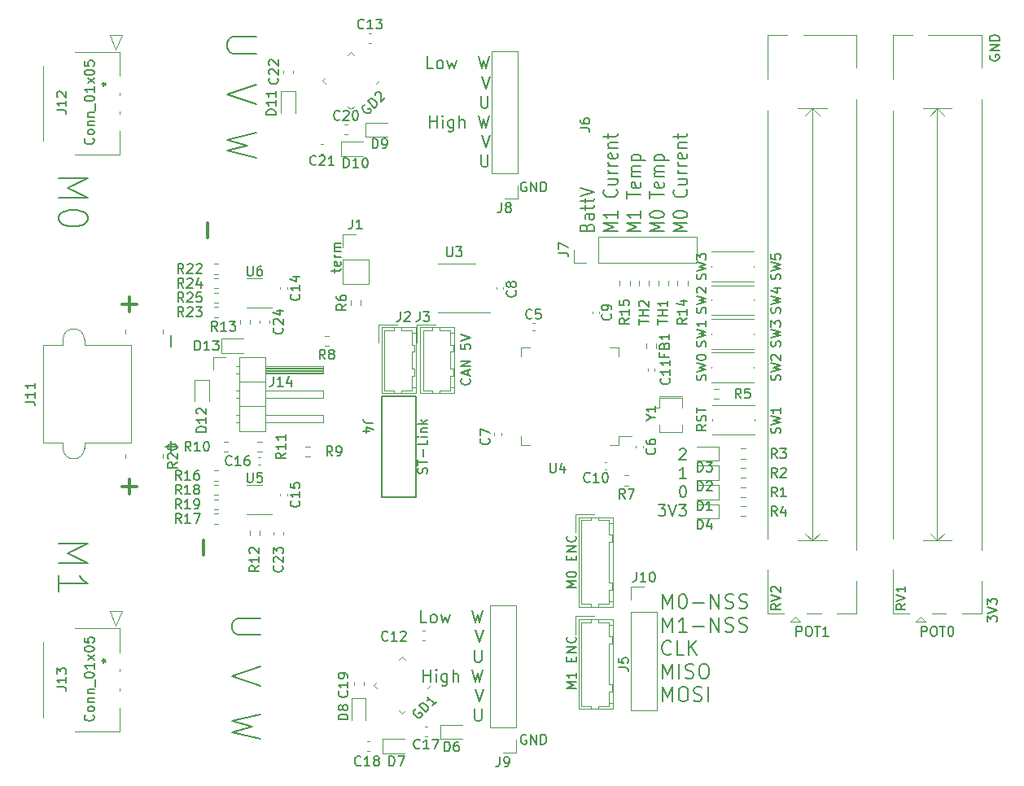
<source format=gbr>
%TF.GenerationSoftware,KiCad,Pcbnew,(6.0.5)*%
%TF.CreationDate,2022-08-05T23:54:08+09:00*%
%TF.ProjectId,ORION_VV_driver_v1,4f52494f-4e5f-4565-965f-647269766572,rev?*%
%TF.SameCoordinates,Original*%
%TF.FileFunction,Legend,Top*%
%TF.FilePolarity,Positive*%
%FSLAX46Y46*%
G04 Gerber Fmt 4.6, Leading zero omitted, Abs format (unit mm)*
G04 Created by KiCad (PCBNEW (6.0.5)) date 2022-08-05 23:54:08*
%MOMM*%
%LPD*%
G01*
G04 APERTURE LIST*
%ADD10C,0.150000*%
%ADD11C,0.300000*%
%ADD12C,0.200000*%
%ADD13C,0.120000*%
G04 APERTURE END LIST*
D10*
X71562857Y-47676785D02*
X71634285Y-47495357D01*
X71705714Y-47434880D01*
X71848571Y-47374404D01*
X72062857Y-47374404D01*
X72205714Y-47434880D01*
X72277142Y-47495357D01*
X72348571Y-47616309D01*
X72348571Y-48100119D01*
X70848571Y-48100119D01*
X70848571Y-47676785D01*
X70920000Y-47555833D01*
X70991428Y-47495357D01*
X71134285Y-47434880D01*
X71277142Y-47434880D01*
X71420000Y-47495357D01*
X71491428Y-47555833D01*
X71562857Y-47676785D01*
X71562857Y-48100119D01*
X72348571Y-46285833D02*
X71562857Y-46285833D01*
X71420000Y-46346309D01*
X71348571Y-46467261D01*
X71348571Y-46709166D01*
X71420000Y-46830119D01*
X72277142Y-46285833D02*
X72348571Y-46406785D01*
X72348571Y-46709166D01*
X72277142Y-46830119D01*
X72134285Y-46890595D01*
X71991428Y-46890595D01*
X71848571Y-46830119D01*
X71777142Y-46709166D01*
X71777142Y-46406785D01*
X71705714Y-46285833D01*
X71348571Y-45862500D02*
X71348571Y-45378690D01*
X70848571Y-45681071D02*
X72134285Y-45681071D01*
X72277142Y-45620595D01*
X72348571Y-45499642D01*
X72348571Y-45378690D01*
X71348571Y-45136785D02*
X71348571Y-44652976D01*
X70848571Y-44955357D02*
X72134285Y-44955357D01*
X72277142Y-44894880D01*
X72348571Y-44773928D01*
X72348571Y-44652976D01*
X70848571Y-44411071D02*
X72348571Y-43987738D01*
X70848571Y-43564404D01*
X74763571Y-48100119D02*
X73263571Y-48100119D01*
X74335000Y-47676785D01*
X73263571Y-47253452D01*
X74763571Y-47253452D01*
X74763571Y-45983452D02*
X74763571Y-46709166D01*
X74763571Y-46346309D02*
X73263571Y-46346309D01*
X73477857Y-46467261D01*
X73620714Y-46588214D01*
X73692142Y-46709166D01*
X74620714Y-43745833D02*
X74692142Y-43806309D01*
X74763571Y-43987738D01*
X74763571Y-44108690D01*
X74692142Y-44290119D01*
X74549285Y-44411071D01*
X74406428Y-44471547D01*
X74120714Y-44532023D01*
X73906428Y-44532023D01*
X73620714Y-44471547D01*
X73477857Y-44411071D01*
X73335000Y-44290119D01*
X73263571Y-44108690D01*
X73263571Y-43987738D01*
X73335000Y-43806309D01*
X73406428Y-43745833D01*
X73763571Y-42657261D02*
X74763571Y-42657261D01*
X73763571Y-43201547D02*
X74549285Y-43201547D01*
X74692142Y-43141071D01*
X74763571Y-43020119D01*
X74763571Y-42838690D01*
X74692142Y-42717738D01*
X74620714Y-42657261D01*
X74763571Y-42052500D02*
X73763571Y-42052500D01*
X74049285Y-42052500D02*
X73906428Y-41992023D01*
X73835000Y-41931547D01*
X73763571Y-41810595D01*
X73763571Y-41689642D01*
X74763571Y-41266309D02*
X73763571Y-41266309D01*
X74049285Y-41266309D02*
X73906428Y-41205833D01*
X73835000Y-41145357D01*
X73763571Y-41024404D01*
X73763571Y-40903452D01*
X74692142Y-39996309D02*
X74763571Y-40117261D01*
X74763571Y-40359166D01*
X74692142Y-40480119D01*
X74549285Y-40540595D01*
X73977857Y-40540595D01*
X73835000Y-40480119D01*
X73763571Y-40359166D01*
X73763571Y-40117261D01*
X73835000Y-39996309D01*
X73977857Y-39935833D01*
X74120714Y-39935833D01*
X74263571Y-40540595D01*
X73763571Y-39391547D02*
X74763571Y-39391547D01*
X73906428Y-39391547D02*
X73835000Y-39331071D01*
X73763571Y-39210119D01*
X73763571Y-39028690D01*
X73835000Y-38907738D01*
X73977857Y-38847261D01*
X74763571Y-38847261D01*
X73763571Y-38423928D02*
X73763571Y-37940119D01*
X73263571Y-38242500D02*
X74549285Y-38242500D01*
X74692142Y-38182023D01*
X74763571Y-38061071D01*
X74763571Y-37940119D01*
X77178571Y-48100119D02*
X75678571Y-48100119D01*
X76750000Y-47676785D01*
X75678571Y-47253452D01*
X77178571Y-47253452D01*
X77178571Y-45983452D02*
X77178571Y-46709166D01*
X77178571Y-46346309D02*
X75678571Y-46346309D01*
X75892857Y-46467261D01*
X76035714Y-46588214D01*
X76107142Y-46709166D01*
X75678571Y-44652976D02*
X75678571Y-43927261D01*
X77178571Y-44290119D02*
X75678571Y-44290119D01*
X77107142Y-43020119D02*
X77178571Y-43141071D01*
X77178571Y-43382976D01*
X77107142Y-43503928D01*
X76964285Y-43564404D01*
X76392857Y-43564404D01*
X76250000Y-43503928D01*
X76178571Y-43382976D01*
X76178571Y-43141071D01*
X76250000Y-43020119D01*
X76392857Y-42959642D01*
X76535714Y-42959642D01*
X76678571Y-43564404D01*
X77178571Y-42415357D02*
X76178571Y-42415357D01*
X76321428Y-42415357D02*
X76250000Y-42354880D01*
X76178571Y-42233928D01*
X76178571Y-42052500D01*
X76250000Y-41931547D01*
X76392857Y-41871071D01*
X77178571Y-41871071D01*
X76392857Y-41871071D02*
X76250000Y-41810595D01*
X76178571Y-41689642D01*
X76178571Y-41508214D01*
X76250000Y-41387261D01*
X76392857Y-41326785D01*
X77178571Y-41326785D01*
X76178571Y-40722023D02*
X77678571Y-40722023D01*
X76250000Y-40722023D02*
X76178571Y-40601071D01*
X76178571Y-40359166D01*
X76250000Y-40238214D01*
X76321428Y-40177738D01*
X76464285Y-40117261D01*
X76892857Y-40117261D01*
X77035714Y-40177738D01*
X77107142Y-40238214D01*
X77178571Y-40359166D01*
X77178571Y-40601071D01*
X77107142Y-40722023D01*
X79593571Y-48100119D02*
X78093571Y-48100119D01*
X79165000Y-47676785D01*
X78093571Y-47253452D01*
X79593571Y-47253452D01*
X78093571Y-46406785D02*
X78093571Y-46285833D01*
X78165000Y-46164880D01*
X78236428Y-46104404D01*
X78379285Y-46043928D01*
X78665000Y-45983452D01*
X79022142Y-45983452D01*
X79307857Y-46043928D01*
X79450714Y-46104404D01*
X79522142Y-46164880D01*
X79593571Y-46285833D01*
X79593571Y-46406785D01*
X79522142Y-46527738D01*
X79450714Y-46588214D01*
X79307857Y-46648690D01*
X79022142Y-46709166D01*
X78665000Y-46709166D01*
X78379285Y-46648690D01*
X78236428Y-46588214D01*
X78165000Y-46527738D01*
X78093571Y-46406785D01*
X78093571Y-44652976D02*
X78093571Y-43927261D01*
X79593571Y-44290119D02*
X78093571Y-44290119D01*
X79522142Y-43020119D02*
X79593571Y-43141071D01*
X79593571Y-43382976D01*
X79522142Y-43503928D01*
X79379285Y-43564404D01*
X78807857Y-43564404D01*
X78665000Y-43503928D01*
X78593571Y-43382976D01*
X78593571Y-43141071D01*
X78665000Y-43020119D01*
X78807857Y-42959642D01*
X78950714Y-42959642D01*
X79093571Y-43564404D01*
X79593571Y-42415357D02*
X78593571Y-42415357D01*
X78736428Y-42415357D02*
X78665000Y-42354880D01*
X78593571Y-42233928D01*
X78593571Y-42052500D01*
X78665000Y-41931547D01*
X78807857Y-41871071D01*
X79593571Y-41871071D01*
X78807857Y-41871071D02*
X78665000Y-41810595D01*
X78593571Y-41689642D01*
X78593571Y-41508214D01*
X78665000Y-41387261D01*
X78807857Y-41326785D01*
X79593571Y-41326785D01*
X78593571Y-40722023D02*
X80093571Y-40722023D01*
X78665000Y-40722023D02*
X78593571Y-40601071D01*
X78593571Y-40359166D01*
X78665000Y-40238214D01*
X78736428Y-40177738D01*
X78879285Y-40117261D01*
X79307857Y-40117261D01*
X79450714Y-40177738D01*
X79522142Y-40238214D01*
X79593571Y-40359166D01*
X79593571Y-40601071D01*
X79522142Y-40722023D01*
X82008571Y-48100119D02*
X80508571Y-48100119D01*
X81580000Y-47676785D01*
X80508571Y-47253452D01*
X82008571Y-47253452D01*
X80508571Y-46406785D02*
X80508571Y-46285833D01*
X80580000Y-46164880D01*
X80651428Y-46104404D01*
X80794285Y-46043928D01*
X81080000Y-45983452D01*
X81437142Y-45983452D01*
X81722857Y-46043928D01*
X81865714Y-46104404D01*
X81937142Y-46164880D01*
X82008571Y-46285833D01*
X82008571Y-46406785D01*
X81937142Y-46527738D01*
X81865714Y-46588214D01*
X81722857Y-46648690D01*
X81437142Y-46709166D01*
X81080000Y-46709166D01*
X80794285Y-46648690D01*
X80651428Y-46588214D01*
X80580000Y-46527738D01*
X80508571Y-46406785D01*
X81865714Y-43745833D02*
X81937142Y-43806309D01*
X82008571Y-43987738D01*
X82008571Y-44108690D01*
X81937142Y-44290119D01*
X81794285Y-44411071D01*
X81651428Y-44471547D01*
X81365714Y-44532023D01*
X81151428Y-44532023D01*
X80865714Y-44471547D01*
X80722857Y-44411071D01*
X80580000Y-44290119D01*
X80508571Y-44108690D01*
X80508571Y-43987738D01*
X80580000Y-43806309D01*
X80651428Y-43745833D01*
X81008571Y-42657261D02*
X82008571Y-42657261D01*
X81008571Y-43201547D02*
X81794285Y-43201547D01*
X81937142Y-43141071D01*
X82008571Y-43020119D01*
X82008571Y-42838690D01*
X81937142Y-42717738D01*
X81865714Y-42657261D01*
X82008571Y-42052500D02*
X81008571Y-42052500D01*
X81294285Y-42052500D02*
X81151428Y-41992023D01*
X81080000Y-41931547D01*
X81008571Y-41810595D01*
X81008571Y-41689642D01*
X82008571Y-41266309D02*
X81008571Y-41266309D01*
X81294285Y-41266309D02*
X81151428Y-41205833D01*
X81080000Y-41145357D01*
X81008571Y-41024404D01*
X81008571Y-40903452D01*
X81937142Y-39996309D02*
X82008571Y-40117261D01*
X82008571Y-40359166D01*
X81937142Y-40480119D01*
X81794285Y-40540595D01*
X81222857Y-40540595D01*
X81080000Y-40480119D01*
X81008571Y-40359166D01*
X81008571Y-40117261D01*
X81080000Y-39996309D01*
X81222857Y-39935833D01*
X81365714Y-39935833D01*
X81508571Y-40540595D01*
X81008571Y-39391547D02*
X82008571Y-39391547D01*
X81151428Y-39391547D02*
X81080000Y-39331071D01*
X81008571Y-39210119D01*
X81008571Y-39028690D01*
X81080000Y-38907738D01*
X81222857Y-38847261D01*
X82008571Y-38847261D01*
X81008571Y-38423928D02*
X81008571Y-37940119D01*
X80508571Y-38242500D02*
X81794285Y-38242500D01*
X81937142Y-38182023D01*
X82008571Y-38061071D01*
X82008571Y-37940119D01*
D11*
X23238095Y-74642857D02*
X24761904Y-74642857D01*
X24000000Y-75404761D02*
X24000000Y-73880952D01*
D10*
X83904761Y-63583333D02*
X83952380Y-63440476D01*
X83952380Y-63202380D01*
X83904761Y-63107142D01*
X83857142Y-63059523D01*
X83761904Y-63011904D01*
X83666666Y-63011904D01*
X83571428Y-63059523D01*
X83523809Y-63107142D01*
X83476190Y-63202380D01*
X83428571Y-63392857D01*
X83380952Y-63488095D01*
X83333333Y-63535714D01*
X83238095Y-63583333D01*
X83142857Y-63583333D01*
X83047619Y-63535714D01*
X83000000Y-63488095D01*
X82952380Y-63392857D01*
X82952380Y-63154761D01*
X83000000Y-63011904D01*
X82952380Y-62678571D02*
X83952380Y-62440476D01*
X83238095Y-62250000D01*
X83952380Y-62059523D01*
X82952380Y-61821428D01*
X82952380Y-61250000D02*
X82952380Y-61154761D01*
X83000000Y-61059523D01*
X83047619Y-61011904D01*
X83142857Y-60964285D01*
X83333333Y-60916666D01*
X83571428Y-60916666D01*
X83761904Y-60964285D01*
X83857142Y-61011904D01*
X83904761Y-61059523D01*
X83952380Y-61154761D01*
X83952380Y-61250000D01*
X83904761Y-61345238D01*
X83857142Y-61392857D01*
X83761904Y-61440476D01*
X83571428Y-61488095D01*
X83333333Y-61488095D01*
X83142857Y-61440476D01*
X83047619Y-61392857D01*
X83000000Y-61345238D01*
X82952380Y-61250000D01*
X83904761Y-56583333D02*
X83952380Y-56440476D01*
X83952380Y-56202380D01*
X83904761Y-56107142D01*
X83857142Y-56059523D01*
X83761904Y-56011904D01*
X83666666Y-56011904D01*
X83571428Y-56059523D01*
X83523809Y-56107142D01*
X83476190Y-56202380D01*
X83428571Y-56392857D01*
X83380952Y-56488095D01*
X83333333Y-56535714D01*
X83238095Y-56583333D01*
X83142857Y-56583333D01*
X83047619Y-56535714D01*
X83000000Y-56488095D01*
X82952380Y-56392857D01*
X82952380Y-56154761D01*
X83000000Y-56011904D01*
X82952380Y-55678571D02*
X83952380Y-55440476D01*
X83238095Y-55250000D01*
X83952380Y-55059523D01*
X82952380Y-54821428D01*
X83047619Y-54488095D02*
X83000000Y-54440476D01*
X82952380Y-54345238D01*
X82952380Y-54107142D01*
X83000000Y-54011904D01*
X83047619Y-53964285D01*
X83142857Y-53916666D01*
X83238095Y-53916666D01*
X83380952Y-53964285D01*
X83952380Y-54535714D01*
X83952380Y-53916666D01*
X65238095Y-100500000D02*
X65142857Y-100452380D01*
X65000000Y-100452380D01*
X64857142Y-100500000D01*
X64761904Y-100595238D01*
X64714285Y-100690476D01*
X64666666Y-100880952D01*
X64666666Y-101023809D01*
X64714285Y-101214285D01*
X64761904Y-101309523D01*
X64857142Y-101404761D01*
X65000000Y-101452380D01*
X65095238Y-101452380D01*
X65238095Y-101404761D01*
X65285714Y-101357142D01*
X65285714Y-101023809D01*
X65095238Y-101023809D01*
X65714285Y-101452380D02*
X65714285Y-100452380D01*
X66285714Y-101452380D01*
X66285714Y-100452380D01*
X66761904Y-101452380D02*
X66761904Y-100452380D01*
X67000000Y-100452380D01*
X67142857Y-100500000D01*
X67238095Y-100595238D01*
X67285714Y-100690476D01*
X67333333Y-100880952D01*
X67333333Y-101023809D01*
X67285714Y-101214285D01*
X67238095Y-101309523D01*
X67142857Y-101404761D01*
X67000000Y-101452380D01*
X66761904Y-101452380D01*
D11*
X31642857Y-81761904D02*
X31642857Y-80238095D01*
D12*
X37142857Y-27857142D02*
X34714285Y-27857142D01*
X34428571Y-28000000D01*
X34285714Y-28142857D01*
X34142857Y-28428571D01*
X34142857Y-29000000D01*
X34285714Y-29285714D01*
X34428571Y-29428571D01*
X34714285Y-29571428D01*
X37142857Y-29571428D01*
X37142857Y-32857142D02*
X34142857Y-33857142D01*
X37142857Y-34857142D01*
X37142857Y-37857142D02*
X34142857Y-38571428D01*
X36285714Y-39142857D01*
X34142857Y-39714285D01*
X37142857Y-40428571D01*
D10*
X79454642Y-87348571D02*
X79454642Y-85848571D01*
X79954642Y-86920000D01*
X80454642Y-85848571D01*
X80454642Y-87348571D01*
X81454642Y-85848571D02*
X81597500Y-85848571D01*
X81740357Y-85920000D01*
X81811785Y-85991428D01*
X81883214Y-86134285D01*
X81954642Y-86420000D01*
X81954642Y-86777142D01*
X81883214Y-87062857D01*
X81811785Y-87205714D01*
X81740357Y-87277142D01*
X81597500Y-87348571D01*
X81454642Y-87348571D01*
X81311785Y-87277142D01*
X81240357Y-87205714D01*
X81168928Y-87062857D01*
X81097500Y-86777142D01*
X81097500Y-86420000D01*
X81168928Y-86134285D01*
X81240357Y-85991428D01*
X81311785Y-85920000D01*
X81454642Y-85848571D01*
X82597500Y-86777142D02*
X83740357Y-86777142D01*
X84454642Y-87348571D02*
X84454642Y-85848571D01*
X85311785Y-87348571D01*
X85311785Y-85848571D01*
X85954642Y-87277142D02*
X86168928Y-87348571D01*
X86526071Y-87348571D01*
X86668928Y-87277142D01*
X86740357Y-87205714D01*
X86811785Y-87062857D01*
X86811785Y-86920000D01*
X86740357Y-86777142D01*
X86668928Y-86705714D01*
X86526071Y-86634285D01*
X86240357Y-86562857D01*
X86097500Y-86491428D01*
X86026071Y-86420000D01*
X85954642Y-86277142D01*
X85954642Y-86134285D01*
X86026071Y-85991428D01*
X86097500Y-85920000D01*
X86240357Y-85848571D01*
X86597500Y-85848571D01*
X86811785Y-85920000D01*
X87383214Y-87277142D02*
X87597500Y-87348571D01*
X87954642Y-87348571D01*
X88097500Y-87277142D01*
X88168928Y-87205714D01*
X88240357Y-87062857D01*
X88240357Y-86920000D01*
X88168928Y-86777142D01*
X88097500Y-86705714D01*
X87954642Y-86634285D01*
X87668928Y-86562857D01*
X87526071Y-86491428D01*
X87454642Y-86420000D01*
X87383214Y-86277142D01*
X87383214Y-86134285D01*
X87454642Y-85991428D01*
X87526071Y-85920000D01*
X87668928Y-85848571D01*
X88026071Y-85848571D01*
X88240357Y-85920000D01*
X79454642Y-89763571D02*
X79454642Y-88263571D01*
X79954642Y-89335000D01*
X80454642Y-88263571D01*
X80454642Y-89763571D01*
X81954642Y-89763571D02*
X81097500Y-89763571D01*
X81526071Y-89763571D02*
X81526071Y-88263571D01*
X81383214Y-88477857D01*
X81240357Y-88620714D01*
X81097500Y-88692142D01*
X82597500Y-89192142D02*
X83740357Y-89192142D01*
X84454642Y-89763571D02*
X84454642Y-88263571D01*
X85311785Y-89763571D01*
X85311785Y-88263571D01*
X85954642Y-89692142D02*
X86168928Y-89763571D01*
X86526071Y-89763571D01*
X86668928Y-89692142D01*
X86740357Y-89620714D01*
X86811785Y-89477857D01*
X86811785Y-89335000D01*
X86740357Y-89192142D01*
X86668928Y-89120714D01*
X86526071Y-89049285D01*
X86240357Y-88977857D01*
X86097500Y-88906428D01*
X86026071Y-88835000D01*
X85954642Y-88692142D01*
X85954642Y-88549285D01*
X86026071Y-88406428D01*
X86097500Y-88335000D01*
X86240357Y-88263571D01*
X86597500Y-88263571D01*
X86811785Y-88335000D01*
X87383214Y-89692142D02*
X87597500Y-89763571D01*
X87954642Y-89763571D01*
X88097500Y-89692142D01*
X88168928Y-89620714D01*
X88240357Y-89477857D01*
X88240357Y-89335000D01*
X88168928Y-89192142D01*
X88097500Y-89120714D01*
X87954642Y-89049285D01*
X87668928Y-88977857D01*
X87526071Y-88906428D01*
X87454642Y-88835000D01*
X87383214Y-88692142D01*
X87383214Y-88549285D01*
X87454642Y-88406428D01*
X87526071Y-88335000D01*
X87668928Y-88263571D01*
X88026071Y-88263571D01*
X88240357Y-88335000D01*
X80311785Y-92035714D02*
X80240357Y-92107142D01*
X80026071Y-92178571D01*
X79883214Y-92178571D01*
X79668928Y-92107142D01*
X79526071Y-91964285D01*
X79454642Y-91821428D01*
X79383214Y-91535714D01*
X79383214Y-91321428D01*
X79454642Y-91035714D01*
X79526071Y-90892857D01*
X79668928Y-90750000D01*
X79883214Y-90678571D01*
X80026071Y-90678571D01*
X80240357Y-90750000D01*
X80311785Y-90821428D01*
X81668928Y-92178571D02*
X80954642Y-92178571D01*
X80954642Y-90678571D01*
X82168928Y-92178571D02*
X82168928Y-90678571D01*
X83026071Y-92178571D02*
X82383214Y-91321428D01*
X83026071Y-90678571D02*
X82168928Y-91535714D01*
X79454642Y-94593571D02*
X79454642Y-93093571D01*
X79954642Y-94165000D01*
X80454642Y-93093571D01*
X80454642Y-94593571D01*
X81168928Y-94593571D02*
X81168928Y-93093571D01*
X81811785Y-94522142D02*
X82026071Y-94593571D01*
X82383214Y-94593571D01*
X82526071Y-94522142D01*
X82597500Y-94450714D01*
X82668928Y-94307857D01*
X82668928Y-94165000D01*
X82597500Y-94022142D01*
X82526071Y-93950714D01*
X82383214Y-93879285D01*
X82097500Y-93807857D01*
X81954642Y-93736428D01*
X81883214Y-93665000D01*
X81811785Y-93522142D01*
X81811785Y-93379285D01*
X81883214Y-93236428D01*
X81954642Y-93165000D01*
X82097500Y-93093571D01*
X82454642Y-93093571D01*
X82668928Y-93165000D01*
X83597500Y-93093571D02*
X83883214Y-93093571D01*
X84026071Y-93165000D01*
X84168928Y-93307857D01*
X84240357Y-93593571D01*
X84240357Y-94093571D01*
X84168928Y-94379285D01*
X84026071Y-94522142D01*
X83883214Y-94593571D01*
X83597500Y-94593571D01*
X83454642Y-94522142D01*
X83311785Y-94379285D01*
X83240357Y-94093571D01*
X83240357Y-93593571D01*
X83311785Y-93307857D01*
X83454642Y-93165000D01*
X83597500Y-93093571D01*
X79454642Y-97008571D02*
X79454642Y-95508571D01*
X79954642Y-96580000D01*
X80454642Y-95508571D01*
X80454642Y-97008571D01*
X81454642Y-95508571D02*
X81740357Y-95508571D01*
X81883214Y-95580000D01*
X82026071Y-95722857D01*
X82097500Y-96008571D01*
X82097500Y-96508571D01*
X82026071Y-96794285D01*
X81883214Y-96937142D01*
X81740357Y-97008571D01*
X81454642Y-97008571D01*
X81311785Y-96937142D01*
X81168928Y-96794285D01*
X81097500Y-96508571D01*
X81097500Y-96008571D01*
X81168928Y-95722857D01*
X81311785Y-95580000D01*
X81454642Y-95508571D01*
X82668928Y-96937142D02*
X82883214Y-97008571D01*
X83240357Y-97008571D01*
X83383214Y-96937142D01*
X83454642Y-96865714D01*
X83526071Y-96722857D01*
X83526071Y-96580000D01*
X83454642Y-96437142D01*
X83383214Y-96365714D01*
X83240357Y-96294285D01*
X82954642Y-96222857D01*
X82811785Y-96151428D01*
X82740357Y-96080000D01*
X82668928Y-95937142D01*
X82668928Y-95794285D01*
X82740357Y-95651428D01*
X82811785Y-95580000D01*
X82954642Y-95508571D01*
X83311785Y-95508571D01*
X83526071Y-95580000D01*
X84168928Y-97008571D02*
X84168928Y-95508571D01*
X83904761Y-60083333D02*
X83952380Y-59940476D01*
X83952380Y-59702380D01*
X83904761Y-59607142D01*
X83857142Y-59559523D01*
X83761904Y-59511904D01*
X83666666Y-59511904D01*
X83571428Y-59559523D01*
X83523809Y-59607142D01*
X83476190Y-59702380D01*
X83428571Y-59892857D01*
X83380952Y-59988095D01*
X83333333Y-60035714D01*
X83238095Y-60083333D01*
X83142857Y-60083333D01*
X83047619Y-60035714D01*
X83000000Y-59988095D01*
X82952380Y-59892857D01*
X82952380Y-59654761D01*
X83000000Y-59511904D01*
X82952380Y-59178571D02*
X83952380Y-58940476D01*
X83238095Y-58750000D01*
X83952380Y-58559523D01*
X82952380Y-58321428D01*
X83952380Y-57416666D02*
X83952380Y-57988095D01*
X83952380Y-57702380D02*
X82952380Y-57702380D01*
X83095238Y-57797619D01*
X83190476Y-57892857D01*
X83238095Y-57988095D01*
X59357142Y-63428571D02*
X59404761Y-63476190D01*
X59452380Y-63619047D01*
X59452380Y-63714285D01*
X59404761Y-63857142D01*
X59309523Y-63952380D01*
X59214285Y-64000000D01*
X59023809Y-64047619D01*
X58880952Y-64047619D01*
X58690476Y-64000000D01*
X58595238Y-63952380D01*
X58500000Y-63857142D01*
X58452380Y-63714285D01*
X58452380Y-63619047D01*
X58500000Y-63476190D01*
X58547619Y-63428571D01*
X59166666Y-63047619D02*
X59166666Y-62571428D01*
X59452380Y-63142857D02*
X58452380Y-62809523D01*
X59452380Y-62476190D01*
X59452380Y-62142857D02*
X58452380Y-62142857D01*
X59452380Y-61571428D01*
X58452380Y-61571428D01*
X58452380Y-59857142D02*
X58452380Y-60333333D01*
X58928571Y-60380952D01*
X58880952Y-60333333D01*
X58833333Y-60238095D01*
X58833333Y-60000000D01*
X58880952Y-59904761D01*
X58928571Y-59857142D01*
X59023809Y-59809523D01*
X59261904Y-59809523D01*
X59357142Y-59857142D01*
X59404761Y-59904761D01*
X59452380Y-60000000D01*
X59452380Y-60238095D01*
X59404761Y-60333333D01*
X59357142Y-60380952D01*
X58452380Y-59523809D02*
X59452380Y-59190476D01*
X58452380Y-58857142D01*
X70452380Y-85166666D02*
X69452380Y-85166666D01*
X70166666Y-84833333D01*
X69452380Y-84500000D01*
X70452380Y-84500000D01*
X69452380Y-83833333D02*
X69452380Y-83738095D01*
X69500000Y-83642857D01*
X69547619Y-83595238D01*
X69642857Y-83547619D01*
X69833333Y-83500000D01*
X70071428Y-83500000D01*
X70261904Y-83547619D01*
X70357142Y-83595238D01*
X70404761Y-83642857D01*
X70452380Y-83738095D01*
X70452380Y-83833333D01*
X70404761Y-83928571D01*
X70357142Y-83976190D01*
X70261904Y-84023809D01*
X70071428Y-84071428D01*
X69833333Y-84071428D01*
X69642857Y-84023809D01*
X69547619Y-83976190D01*
X69500000Y-83928571D01*
X69452380Y-83833333D01*
X69928571Y-82309523D02*
X69928571Y-81976190D01*
X70452380Y-81833333D02*
X70452380Y-82309523D01*
X69452380Y-82309523D01*
X69452380Y-81833333D01*
X70452380Y-81404761D02*
X69452380Y-81404761D01*
X70452380Y-80833333D01*
X69452380Y-80833333D01*
X70357142Y-79785714D02*
X70404761Y-79833333D01*
X70452380Y-79976190D01*
X70452380Y-80071428D01*
X70404761Y-80214285D01*
X70309523Y-80309523D01*
X70214285Y-80357142D01*
X70023809Y-80404761D01*
X69880952Y-80404761D01*
X69690476Y-80357142D01*
X69595238Y-80309523D01*
X69500000Y-80214285D01*
X69452380Y-80071428D01*
X69452380Y-79976190D01*
X69500000Y-79833333D01*
X69547619Y-79785714D01*
D12*
X37642857Y-88357142D02*
X35214285Y-88357142D01*
X34928571Y-88500000D01*
X34785714Y-88642857D01*
X34642857Y-88928571D01*
X34642857Y-89500000D01*
X34785714Y-89785714D01*
X34928571Y-89928571D01*
X35214285Y-90071428D01*
X37642857Y-90071428D01*
X37642857Y-93357142D02*
X34642857Y-94357142D01*
X37642857Y-95357142D01*
X37642857Y-98357142D02*
X34642857Y-99071428D01*
X36785714Y-99642857D01*
X34642857Y-100214285D01*
X37642857Y-100928571D01*
D10*
X54904761Y-73285714D02*
X54952380Y-73142857D01*
X54952380Y-72904761D01*
X54904761Y-72809523D01*
X54857142Y-72761904D01*
X54761904Y-72714285D01*
X54666666Y-72714285D01*
X54571428Y-72761904D01*
X54523809Y-72809523D01*
X54476190Y-72904761D01*
X54428571Y-73095238D01*
X54380952Y-73190476D01*
X54333333Y-73238095D01*
X54238095Y-73285714D01*
X54142857Y-73285714D01*
X54047619Y-73238095D01*
X54000000Y-73190476D01*
X53952380Y-73095238D01*
X53952380Y-72857142D01*
X54000000Y-72714285D01*
X53952380Y-72428571D02*
X53952380Y-71857142D01*
X54952380Y-72142857D02*
X53952380Y-72142857D01*
X54571428Y-71523809D02*
X54571428Y-70761904D01*
X54952380Y-69809523D02*
X54952380Y-70285714D01*
X53952380Y-70285714D01*
X54952380Y-69476190D02*
X54285714Y-69476190D01*
X53952380Y-69476190D02*
X54000000Y-69523809D01*
X54047619Y-69476190D01*
X54000000Y-69428571D01*
X53952380Y-69476190D01*
X54047619Y-69476190D01*
X54285714Y-69000000D02*
X54952380Y-69000000D01*
X54380952Y-69000000D02*
X54333333Y-68952380D01*
X54285714Y-68857142D01*
X54285714Y-68714285D01*
X54333333Y-68619047D01*
X54428571Y-68571428D01*
X54952380Y-68571428D01*
X54952380Y-68095238D02*
X53952380Y-68095238D01*
X54571428Y-68000000D02*
X54952380Y-67714285D01*
X54285714Y-67714285D02*
X54666666Y-68095238D01*
X54915357Y-88812773D02*
X54310595Y-88812773D01*
X54310595Y-87542773D01*
X55520119Y-88812773D02*
X55399166Y-88752297D01*
X55338690Y-88691821D01*
X55278214Y-88570869D01*
X55278214Y-88208011D01*
X55338690Y-88087059D01*
X55399166Y-88026583D01*
X55520119Y-87966107D01*
X55701547Y-87966107D01*
X55822500Y-88026583D01*
X55882976Y-88087059D01*
X55943452Y-88208011D01*
X55943452Y-88570869D01*
X55882976Y-88691821D01*
X55822500Y-88752297D01*
X55701547Y-88812773D01*
X55520119Y-88812773D01*
X56366785Y-87966107D02*
X56608690Y-88812773D01*
X56850595Y-88208011D01*
X57092500Y-88812773D01*
X57334404Y-87966107D01*
X59632500Y-87542773D02*
X59934880Y-88812773D01*
X60176785Y-87905630D01*
X60418690Y-88812773D01*
X60721071Y-87542773D01*
X59934880Y-89587473D02*
X60358214Y-90857473D01*
X60781547Y-89587473D01*
X59874404Y-91632173D02*
X59874404Y-92660269D01*
X59934880Y-92781221D01*
X59995357Y-92841697D01*
X60116309Y-92902173D01*
X60358214Y-92902173D01*
X60479166Y-92841697D01*
X60539642Y-92781221D01*
X60600119Y-92660269D01*
X60600119Y-91632173D01*
X54552500Y-94946873D02*
X54552500Y-93676873D01*
X54552500Y-94281635D02*
X55278214Y-94281635D01*
X55278214Y-94946873D02*
X55278214Y-93676873D01*
X55882976Y-94946873D02*
X55882976Y-94100207D01*
X55882976Y-93676873D02*
X55822500Y-93737350D01*
X55882976Y-93797826D01*
X55943452Y-93737350D01*
X55882976Y-93676873D01*
X55882976Y-93797826D01*
X57032023Y-94100207D02*
X57032023Y-95128302D01*
X56971547Y-95249254D01*
X56911071Y-95309730D01*
X56790119Y-95370207D01*
X56608690Y-95370207D01*
X56487738Y-95309730D01*
X57032023Y-94886397D02*
X56911071Y-94946873D01*
X56669166Y-94946873D01*
X56548214Y-94886397D01*
X56487738Y-94825921D01*
X56427261Y-94704969D01*
X56427261Y-94342111D01*
X56487738Y-94221159D01*
X56548214Y-94160683D01*
X56669166Y-94100207D01*
X56911071Y-94100207D01*
X57032023Y-94160683D01*
X57636785Y-94946873D02*
X57636785Y-93676873D01*
X58181071Y-94946873D02*
X58181071Y-94281635D01*
X58120595Y-94160683D01*
X57999642Y-94100207D01*
X57818214Y-94100207D01*
X57697261Y-94160683D01*
X57636785Y-94221159D01*
X59632500Y-93676873D02*
X59934880Y-94946873D01*
X60176785Y-94039730D01*
X60418690Y-94946873D01*
X60721071Y-93676873D01*
X59934880Y-95721573D02*
X60358214Y-96991573D01*
X60781547Y-95721573D01*
X59874404Y-97766273D02*
X59874404Y-98794369D01*
X59934880Y-98915321D01*
X59995357Y-98975797D01*
X60116309Y-99036273D01*
X60358214Y-99036273D01*
X60479166Y-98975797D01*
X60539642Y-98915321D01*
X60600119Y-98794369D01*
X60600119Y-97766273D01*
D11*
X23238095Y-55642857D02*
X24761904Y-55642857D01*
X24000000Y-56404761D02*
X24000000Y-54880952D01*
D10*
X113202380Y-88738095D02*
X113202380Y-88119047D01*
X113583333Y-88452380D01*
X113583333Y-88309523D01*
X113630952Y-88214285D01*
X113678571Y-88166666D01*
X113773809Y-88119047D01*
X114011904Y-88119047D01*
X114107142Y-88166666D01*
X114154761Y-88214285D01*
X114202380Y-88309523D01*
X114202380Y-88595238D01*
X114154761Y-88690476D01*
X114107142Y-88738095D01*
X113202380Y-87833333D02*
X114202380Y-87500000D01*
X113202380Y-87166666D01*
X113202380Y-86928571D02*
X113202380Y-86309523D01*
X113583333Y-86642857D01*
X113583333Y-86500000D01*
X113630952Y-86404761D01*
X113678571Y-86357142D01*
X113773809Y-86309523D01*
X114011904Y-86309523D01*
X114107142Y-86357142D01*
X114154761Y-86404761D01*
X114202380Y-86500000D01*
X114202380Y-86785714D01*
X114154761Y-86880952D01*
X114107142Y-86928571D01*
D11*
X32142857Y-48761904D02*
X32142857Y-47238095D01*
D10*
X65238095Y-43000000D02*
X65142857Y-42952380D01*
X65000000Y-42952380D01*
X64857142Y-43000000D01*
X64761904Y-43095238D01*
X64714285Y-43190476D01*
X64666666Y-43380952D01*
X64666666Y-43523809D01*
X64714285Y-43714285D01*
X64761904Y-43809523D01*
X64857142Y-43904761D01*
X65000000Y-43952380D01*
X65095238Y-43952380D01*
X65238095Y-43904761D01*
X65285714Y-43857142D01*
X65285714Y-43523809D01*
X65095238Y-43523809D01*
X65714285Y-43952380D02*
X65714285Y-42952380D01*
X66285714Y-43952380D01*
X66285714Y-42952380D01*
X66761904Y-43952380D02*
X66761904Y-42952380D01*
X67000000Y-42952380D01*
X67142857Y-43000000D01*
X67238095Y-43095238D01*
X67285714Y-43190476D01*
X67333333Y-43380952D01*
X67333333Y-43523809D01*
X67285714Y-43714285D01*
X67238095Y-43809523D01*
X67142857Y-43904761D01*
X67000000Y-43952380D01*
X66761904Y-43952380D01*
X83904761Y-53083333D02*
X83952380Y-52940476D01*
X83952380Y-52702380D01*
X83904761Y-52607142D01*
X83857142Y-52559523D01*
X83761904Y-52511904D01*
X83666666Y-52511904D01*
X83571428Y-52559523D01*
X83523809Y-52607142D01*
X83476190Y-52702380D01*
X83428571Y-52892857D01*
X83380952Y-52988095D01*
X83333333Y-53035714D01*
X83238095Y-53083333D01*
X83142857Y-53083333D01*
X83047619Y-53035714D01*
X83000000Y-52988095D01*
X82952380Y-52892857D01*
X82952380Y-52654761D01*
X83000000Y-52511904D01*
X82952380Y-52178571D02*
X83952380Y-51940476D01*
X83238095Y-51750000D01*
X83952380Y-51559523D01*
X82952380Y-51321428D01*
X82952380Y-51035714D02*
X82952380Y-50416666D01*
X83333333Y-50750000D01*
X83333333Y-50607142D01*
X83380952Y-50511904D01*
X83428571Y-50464285D01*
X83523809Y-50416666D01*
X83761904Y-50416666D01*
X83857142Y-50464285D01*
X83904761Y-50511904D01*
X83952380Y-50607142D01*
X83952380Y-50892857D01*
X83904761Y-50988095D01*
X83857142Y-51035714D01*
X83952380Y-68207619D02*
X83476190Y-68540952D01*
X83952380Y-68779047D02*
X82952380Y-68779047D01*
X82952380Y-68398095D01*
X83000000Y-68302857D01*
X83047619Y-68255238D01*
X83142857Y-68207619D01*
X83285714Y-68207619D01*
X83380952Y-68255238D01*
X83428571Y-68302857D01*
X83476190Y-68398095D01*
X83476190Y-68779047D01*
X83904761Y-67826666D02*
X83952380Y-67683809D01*
X83952380Y-67445714D01*
X83904761Y-67350476D01*
X83857142Y-67302857D01*
X83761904Y-67255238D01*
X83666666Y-67255238D01*
X83571428Y-67302857D01*
X83523809Y-67350476D01*
X83476190Y-67445714D01*
X83428571Y-67636190D01*
X83380952Y-67731428D01*
X83333333Y-67779047D01*
X83238095Y-67826666D01*
X83142857Y-67826666D01*
X83047619Y-67779047D01*
X83000000Y-67731428D01*
X82952380Y-67636190D01*
X82952380Y-67398095D01*
X83000000Y-67255238D01*
X82952380Y-66969523D02*
X82952380Y-66398095D01*
X83952380Y-66683809D02*
X82952380Y-66683809D01*
X45285714Y-52345238D02*
X45285714Y-51964285D01*
X44952380Y-52202380D02*
X45809523Y-52202380D01*
X45904761Y-52154761D01*
X45952380Y-52059523D01*
X45952380Y-51964285D01*
X45904761Y-51250000D02*
X45952380Y-51345238D01*
X45952380Y-51535714D01*
X45904761Y-51630952D01*
X45809523Y-51678571D01*
X45428571Y-51678571D01*
X45333333Y-51630952D01*
X45285714Y-51535714D01*
X45285714Y-51345238D01*
X45333333Y-51250000D01*
X45428571Y-51202380D01*
X45523809Y-51202380D01*
X45619047Y-51678571D01*
X45952380Y-50773809D02*
X45285714Y-50773809D01*
X45476190Y-50773809D02*
X45380952Y-50726190D01*
X45333333Y-50678571D01*
X45285714Y-50583333D01*
X45285714Y-50488095D01*
X45952380Y-50154761D02*
X45285714Y-50154761D01*
X45380952Y-50154761D02*
X45333333Y-50107142D01*
X45285714Y-50011904D01*
X45285714Y-49869047D01*
X45333333Y-49773809D01*
X45428571Y-49726190D01*
X45952380Y-49726190D01*
X45428571Y-49726190D02*
X45333333Y-49678571D01*
X45285714Y-49583333D01*
X45285714Y-49440476D01*
X45333333Y-49345238D01*
X45428571Y-49297619D01*
X45952380Y-49297619D01*
X55585357Y-31162773D02*
X54980595Y-31162773D01*
X54980595Y-29892773D01*
X56190119Y-31162773D02*
X56069166Y-31102297D01*
X56008690Y-31041821D01*
X55948214Y-30920869D01*
X55948214Y-30558011D01*
X56008690Y-30437059D01*
X56069166Y-30376583D01*
X56190119Y-30316107D01*
X56371547Y-30316107D01*
X56492500Y-30376583D01*
X56552976Y-30437059D01*
X56613452Y-30558011D01*
X56613452Y-30920869D01*
X56552976Y-31041821D01*
X56492500Y-31102297D01*
X56371547Y-31162773D01*
X56190119Y-31162773D01*
X57036785Y-30316107D02*
X57278690Y-31162773D01*
X57520595Y-30558011D01*
X57762500Y-31162773D01*
X58004404Y-30316107D01*
X60302500Y-29892773D02*
X60604880Y-31162773D01*
X60846785Y-30255630D01*
X61088690Y-31162773D01*
X61391071Y-29892773D01*
X60604880Y-31937473D02*
X61028214Y-33207473D01*
X61451547Y-31937473D01*
X60544404Y-33982173D02*
X60544404Y-35010269D01*
X60604880Y-35131221D01*
X60665357Y-35191697D01*
X60786309Y-35252173D01*
X61028214Y-35252173D01*
X61149166Y-35191697D01*
X61209642Y-35131221D01*
X61270119Y-35010269D01*
X61270119Y-33982173D01*
X55222500Y-37296873D02*
X55222500Y-36026873D01*
X55222500Y-36631635D02*
X55948214Y-36631635D01*
X55948214Y-37296873D02*
X55948214Y-36026873D01*
X56552976Y-37296873D02*
X56552976Y-36450207D01*
X56552976Y-36026873D02*
X56492500Y-36087350D01*
X56552976Y-36147826D01*
X56613452Y-36087350D01*
X56552976Y-36026873D01*
X56552976Y-36147826D01*
X57702023Y-36450207D02*
X57702023Y-37478302D01*
X57641547Y-37599254D01*
X57581071Y-37659730D01*
X57460119Y-37720207D01*
X57278690Y-37720207D01*
X57157738Y-37659730D01*
X57702023Y-37236397D02*
X57581071Y-37296873D01*
X57339166Y-37296873D01*
X57218214Y-37236397D01*
X57157738Y-37175921D01*
X57097261Y-37054969D01*
X57097261Y-36692111D01*
X57157738Y-36571159D01*
X57218214Y-36510683D01*
X57339166Y-36450207D01*
X57581071Y-36450207D01*
X57702023Y-36510683D01*
X58306785Y-37296873D02*
X58306785Y-36026873D01*
X58851071Y-37296873D02*
X58851071Y-36631635D01*
X58790595Y-36510683D01*
X58669642Y-36450207D01*
X58488214Y-36450207D01*
X58367261Y-36510683D01*
X58306785Y-36571159D01*
X60302500Y-36026873D02*
X60604880Y-37296873D01*
X60846785Y-36389730D01*
X61088690Y-37296873D01*
X61391071Y-36026873D01*
X60604880Y-38071573D02*
X61028214Y-39341573D01*
X61451547Y-38071573D01*
X60544404Y-40116273D02*
X60544404Y-41144369D01*
X60604880Y-41265321D01*
X60665357Y-41325797D01*
X60786309Y-41386273D01*
X61028214Y-41386273D01*
X61149166Y-41325797D01*
X61209642Y-41265321D01*
X61270119Y-41144369D01*
X61270119Y-40116273D01*
X93357142Y-90202380D02*
X93357142Y-89202380D01*
X93738095Y-89202380D01*
X93833333Y-89250000D01*
X93880952Y-89297619D01*
X93928571Y-89392857D01*
X93928571Y-89535714D01*
X93880952Y-89630952D01*
X93833333Y-89678571D01*
X93738095Y-89726190D01*
X93357142Y-89726190D01*
X94547619Y-89202380D02*
X94738095Y-89202380D01*
X94833333Y-89250000D01*
X94928571Y-89345238D01*
X94976190Y-89535714D01*
X94976190Y-89869047D01*
X94928571Y-90059523D01*
X94833333Y-90154761D01*
X94738095Y-90202380D01*
X94547619Y-90202380D01*
X94452380Y-90154761D01*
X94357142Y-90059523D01*
X94309523Y-89869047D01*
X94309523Y-89535714D01*
X94357142Y-89345238D01*
X94452380Y-89250000D01*
X94547619Y-89202380D01*
X95261904Y-89202380D02*
X95833333Y-89202380D01*
X95547619Y-90202380D02*
X95547619Y-89202380D01*
X96690476Y-90202380D02*
X96119047Y-90202380D01*
X96404761Y-90202380D02*
X96404761Y-89202380D01*
X96309523Y-89345238D01*
X96214285Y-89440476D01*
X96119047Y-89488095D01*
D12*
X16642857Y-80571428D02*
X19642857Y-80571428D01*
X17500000Y-81571428D01*
X19642857Y-82571428D01*
X16642857Y-82571428D01*
X16642857Y-85571428D02*
X16642857Y-83857142D01*
X16642857Y-84714285D02*
X19642857Y-84714285D01*
X19214285Y-84428571D01*
X18928571Y-84142857D01*
X18785714Y-83857142D01*
D10*
X113500000Y-29761904D02*
X113452380Y-29857142D01*
X113452380Y-30000000D01*
X113500000Y-30142857D01*
X113595238Y-30238095D01*
X113690476Y-30285714D01*
X113880952Y-30333333D01*
X114023809Y-30333333D01*
X114214285Y-30285714D01*
X114309523Y-30238095D01*
X114404761Y-30142857D01*
X114452380Y-30000000D01*
X114452380Y-29904761D01*
X114404761Y-29761904D01*
X114357142Y-29714285D01*
X114023809Y-29714285D01*
X114023809Y-29904761D01*
X114452380Y-29285714D02*
X113452380Y-29285714D01*
X114452380Y-28714285D01*
X113452380Y-28714285D01*
X114452380Y-28238095D02*
X113452380Y-28238095D01*
X113452380Y-28000000D01*
X113500000Y-27857142D01*
X113595238Y-27761904D01*
X113690476Y-27714285D01*
X113880952Y-27666666D01*
X114023809Y-27666666D01*
X114214285Y-27714285D01*
X114309523Y-27761904D01*
X114404761Y-27857142D01*
X114452380Y-28000000D01*
X114452380Y-28238095D01*
X70452380Y-95666666D02*
X69452380Y-95666666D01*
X70166666Y-95333333D01*
X69452380Y-95000000D01*
X70452380Y-95000000D01*
X70452380Y-94000000D02*
X70452380Y-94571428D01*
X70452380Y-94285714D02*
X69452380Y-94285714D01*
X69595238Y-94380952D01*
X69690476Y-94476190D01*
X69738095Y-94571428D01*
X69928571Y-92809523D02*
X69928571Y-92476190D01*
X70452380Y-92333333D02*
X70452380Y-92809523D01*
X69452380Y-92809523D01*
X69452380Y-92333333D01*
X70452380Y-91904761D02*
X69452380Y-91904761D01*
X70452380Y-91333333D01*
X69452380Y-91333333D01*
X70357142Y-90285714D02*
X70404761Y-90333333D01*
X70452380Y-90476190D01*
X70452380Y-90571428D01*
X70404761Y-90714285D01*
X70309523Y-90809523D01*
X70214285Y-90857142D01*
X70023809Y-90904761D01*
X69880952Y-90904761D01*
X69690476Y-90857142D01*
X69595238Y-90809523D01*
X69500000Y-90714285D01*
X69452380Y-90571428D01*
X69452380Y-90476190D01*
X69500000Y-90333333D01*
X69547619Y-90285714D01*
D12*
X81205714Y-70809142D02*
X81262857Y-70752000D01*
X81377142Y-70694857D01*
X81662857Y-70694857D01*
X81777142Y-70752000D01*
X81834285Y-70809142D01*
X81891428Y-70923428D01*
X81891428Y-71037714D01*
X81834285Y-71209142D01*
X81148571Y-71894857D01*
X81891428Y-71894857D01*
X81891428Y-73826857D02*
X81205714Y-73826857D01*
X81548571Y-73826857D02*
X81548571Y-72626857D01*
X81434285Y-72798285D01*
X81320000Y-72912571D01*
X81205714Y-72969714D01*
X81491428Y-74558857D02*
X81605714Y-74558857D01*
X81720000Y-74616000D01*
X81777142Y-74673142D01*
X81834285Y-74787428D01*
X81891428Y-75016000D01*
X81891428Y-75301714D01*
X81834285Y-75530285D01*
X81777142Y-75644571D01*
X81720000Y-75701714D01*
X81605714Y-75758857D01*
X81491428Y-75758857D01*
X81377142Y-75701714D01*
X81320000Y-75644571D01*
X81262857Y-75530285D01*
X81205714Y-75301714D01*
X81205714Y-75016000D01*
X81262857Y-74787428D01*
X81320000Y-74673142D01*
X81377142Y-74616000D01*
X81491428Y-74558857D01*
X78977142Y-76490857D02*
X79720000Y-76490857D01*
X79320000Y-76948000D01*
X79491428Y-76948000D01*
X79605714Y-77005142D01*
X79662857Y-77062285D01*
X79720000Y-77176571D01*
X79720000Y-77462285D01*
X79662857Y-77576571D01*
X79605714Y-77633714D01*
X79491428Y-77690857D01*
X79148571Y-77690857D01*
X79034285Y-77633714D01*
X78977142Y-77576571D01*
X80062857Y-76490857D02*
X80462857Y-77690857D01*
X80862857Y-76490857D01*
X81148571Y-76490857D02*
X81891428Y-76490857D01*
X81491428Y-76948000D01*
X81662857Y-76948000D01*
X81777142Y-77005142D01*
X81834285Y-77062285D01*
X81891428Y-77176571D01*
X81891428Y-77462285D01*
X81834285Y-77576571D01*
X81777142Y-77633714D01*
X81662857Y-77690857D01*
X81320000Y-77690857D01*
X81205714Y-77633714D01*
X81148571Y-77576571D01*
D10*
X106357142Y-90202380D02*
X106357142Y-89202380D01*
X106738095Y-89202380D01*
X106833333Y-89250000D01*
X106880952Y-89297619D01*
X106928571Y-89392857D01*
X106928571Y-89535714D01*
X106880952Y-89630952D01*
X106833333Y-89678571D01*
X106738095Y-89726190D01*
X106357142Y-89726190D01*
X107547619Y-89202380D02*
X107738095Y-89202380D01*
X107833333Y-89250000D01*
X107928571Y-89345238D01*
X107976190Y-89535714D01*
X107976190Y-89869047D01*
X107928571Y-90059523D01*
X107833333Y-90154761D01*
X107738095Y-90202380D01*
X107547619Y-90202380D01*
X107452380Y-90154761D01*
X107357142Y-90059523D01*
X107309523Y-89869047D01*
X107309523Y-89535714D01*
X107357142Y-89345238D01*
X107452380Y-89250000D01*
X107547619Y-89202380D01*
X108261904Y-89202380D02*
X108833333Y-89202380D01*
X108547619Y-90202380D02*
X108547619Y-89202380D01*
X109357142Y-89202380D02*
X109452380Y-89202380D01*
X109547619Y-89250000D01*
X109595238Y-89297619D01*
X109642857Y-89392857D01*
X109690476Y-89583333D01*
X109690476Y-89821428D01*
X109642857Y-90011904D01*
X109595238Y-90107142D01*
X109547619Y-90154761D01*
X109452380Y-90202380D01*
X109357142Y-90202380D01*
X109261904Y-90154761D01*
X109214285Y-90107142D01*
X109166666Y-90011904D01*
X109119047Y-89821428D01*
X109119047Y-89583333D01*
X109166666Y-89392857D01*
X109214285Y-89297619D01*
X109261904Y-89250000D01*
X109357142Y-89202380D01*
D12*
X16642857Y-42571428D02*
X19642857Y-42571428D01*
X17500000Y-43571428D01*
X19642857Y-44571428D01*
X16642857Y-44571428D01*
X19642857Y-46571428D02*
X19642857Y-46857142D01*
X19500000Y-47142857D01*
X19357142Y-47285714D01*
X19071428Y-47428571D01*
X18500000Y-47571428D01*
X17785714Y-47571428D01*
X17214285Y-47428571D01*
X16928571Y-47285714D01*
X16785714Y-47142857D01*
X16642857Y-46857142D01*
X16642857Y-46571428D01*
X16785714Y-46285714D01*
X16928571Y-46142857D01*
X17214285Y-46000000D01*
X17785714Y-45857142D01*
X18500000Y-45857142D01*
X19071428Y-46000000D01*
X19357142Y-46142857D01*
X19500000Y-46285714D01*
X19642857Y-46571428D01*
D10*
%TO.C,C7*%
X61357142Y-69666666D02*
X61404761Y-69714285D01*
X61452380Y-69857142D01*
X61452380Y-69952380D01*
X61404761Y-70095238D01*
X61309523Y-70190476D01*
X61214285Y-70238095D01*
X61023809Y-70285714D01*
X60880952Y-70285714D01*
X60690476Y-70238095D01*
X60595238Y-70190476D01*
X60500000Y-70095238D01*
X60452380Y-69952380D01*
X60452380Y-69857142D01*
X60500000Y-69714285D01*
X60547619Y-69666666D01*
X60452380Y-69333333D02*
X60452380Y-68666666D01*
X61452380Y-69095238D01*
%TO.C,FB1*%
X79608571Y-60833333D02*
X79608571Y-61166666D01*
X80132380Y-61166666D02*
X79132380Y-61166666D01*
X79132380Y-60690476D01*
X79608571Y-59976190D02*
X79656190Y-59833333D01*
X79703809Y-59785714D01*
X79799047Y-59738095D01*
X79941904Y-59738095D01*
X80037142Y-59785714D01*
X80084761Y-59833333D01*
X80132380Y-59928571D01*
X80132380Y-60309523D01*
X79132380Y-60309523D01*
X79132380Y-59976190D01*
X79180000Y-59880952D01*
X79227619Y-59833333D01*
X79322857Y-59785714D01*
X79418095Y-59785714D01*
X79513333Y-59833333D01*
X79560952Y-59880952D01*
X79608571Y-59976190D01*
X79608571Y-60309523D01*
X80132380Y-58785714D02*
X80132380Y-59357142D01*
X80132380Y-59071428D02*
X79132380Y-59071428D01*
X79275238Y-59166666D01*
X79370476Y-59261904D01*
X79418095Y-59357142D01*
%TO.C,J2*%
X52166666Y-56452380D02*
X52166666Y-57166666D01*
X52119047Y-57309523D01*
X52023809Y-57404761D01*
X51880952Y-57452380D01*
X51785714Y-57452380D01*
X52595238Y-56547619D02*
X52642857Y-56500000D01*
X52738095Y-56452380D01*
X52976190Y-56452380D01*
X53071428Y-56500000D01*
X53119047Y-56547619D01*
X53166666Y-56642857D01*
X53166666Y-56738095D01*
X53119047Y-56880952D01*
X52547619Y-57452380D01*
X53166666Y-57452380D01*
%TO.C,R5*%
X87583333Y-65452380D02*
X87250000Y-64976190D01*
X87011904Y-65452380D02*
X87011904Y-64452380D01*
X87392857Y-64452380D01*
X87488095Y-64500000D01*
X87535714Y-64547619D01*
X87583333Y-64642857D01*
X87583333Y-64785714D01*
X87535714Y-64880952D01*
X87488095Y-64928571D01*
X87392857Y-64976190D01*
X87011904Y-64976190D01*
X88488095Y-64452380D02*
X88011904Y-64452380D01*
X87964285Y-64928571D01*
X88011904Y-64880952D01*
X88107142Y-64833333D01*
X88345238Y-64833333D01*
X88440476Y-64880952D01*
X88488095Y-64928571D01*
X88535714Y-65023809D01*
X88535714Y-65261904D01*
X88488095Y-65357142D01*
X88440476Y-65404761D01*
X88345238Y-65452380D01*
X88107142Y-65452380D01*
X88011904Y-65404761D01*
X87964285Y-65357142D01*
%TO.C,R10*%
X30357142Y-70952380D02*
X30023809Y-70476190D01*
X29785714Y-70952380D02*
X29785714Y-69952380D01*
X30166666Y-69952380D01*
X30261904Y-70000000D01*
X30309523Y-70047619D01*
X30357142Y-70142857D01*
X30357142Y-70285714D01*
X30309523Y-70380952D01*
X30261904Y-70428571D01*
X30166666Y-70476190D01*
X29785714Y-70476190D01*
X31309523Y-70952380D02*
X30738095Y-70952380D01*
X31023809Y-70952380D02*
X31023809Y-69952380D01*
X30928571Y-70095238D01*
X30833333Y-70190476D01*
X30738095Y-70238095D01*
X31928571Y-69952380D02*
X32023809Y-69952380D01*
X32119047Y-70000000D01*
X32166666Y-70047619D01*
X32214285Y-70142857D01*
X32261904Y-70333333D01*
X32261904Y-70571428D01*
X32214285Y-70761904D01*
X32166666Y-70857142D01*
X32119047Y-70904761D01*
X32023809Y-70952380D01*
X31928571Y-70952380D01*
X31833333Y-70904761D01*
X31785714Y-70857142D01*
X31738095Y-70761904D01*
X31690476Y-70571428D01*
X31690476Y-70333333D01*
X31738095Y-70142857D01*
X31785714Y-70047619D01*
X31833333Y-70000000D01*
X31928571Y-69952380D01*
%TO.C,C22*%
X39357142Y-32142857D02*
X39404761Y-32190476D01*
X39452380Y-32333333D01*
X39452380Y-32428571D01*
X39404761Y-32571428D01*
X39309523Y-32666666D01*
X39214285Y-32714285D01*
X39023809Y-32761904D01*
X38880952Y-32761904D01*
X38690476Y-32714285D01*
X38595238Y-32666666D01*
X38500000Y-32571428D01*
X38452380Y-32428571D01*
X38452380Y-32333333D01*
X38500000Y-32190476D01*
X38547619Y-32142857D01*
X38547619Y-31761904D02*
X38500000Y-31714285D01*
X38452380Y-31619047D01*
X38452380Y-31380952D01*
X38500000Y-31285714D01*
X38547619Y-31238095D01*
X38642857Y-31190476D01*
X38738095Y-31190476D01*
X38880952Y-31238095D01*
X39452380Y-31809523D01*
X39452380Y-31190476D01*
X38547619Y-30809523D02*
X38500000Y-30761904D01*
X38452380Y-30666666D01*
X38452380Y-30428571D01*
X38500000Y-30333333D01*
X38547619Y-30285714D01*
X38642857Y-30238095D01*
X38738095Y-30238095D01*
X38880952Y-30285714D01*
X39452380Y-30857142D01*
X39452380Y-30238095D01*
%TO.C,J6*%
X70852380Y-37328333D02*
X71566666Y-37328333D01*
X71709523Y-37375952D01*
X71804761Y-37471190D01*
X71852380Y-37614047D01*
X71852380Y-37709285D01*
X70852380Y-36423571D02*
X70852380Y-36614047D01*
X70900000Y-36709285D01*
X70947619Y-36756904D01*
X71090476Y-36852142D01*
X71280952Y-36899761D01*
X71661904Y-36899761D01*
X71757142Y-36852142D01*
X71804761Y-36804523D01*
X71852380Y-36709285D01*
X71852380Y-36518809D01*
X71804761Y-36423571D01*
X71757142Y-36375952D01*
X71661904Y-36328333D01*
X71423809Y-36328333D01*
X71328571Y-36375952D01*
X71280952Y-36423571D01*
X71233333Y-36518809D01*
X71233333Y-36709285D01*
X71280952Y-36804523D01*
X71328571Y-36852142D01*
X71423809Y-36899761D01*
%TO.C,R2*%
X91333333Y-73702380D02*
X91000000Y-73226190D01*
X90761904Y-73702380D02*
X90761904Y-72702380D01*
X91142857Y-72702380D01*
X91238095Y-72750000D01*
X91285714Y-72797619D01*
X91333333Y-72892857D01*
X91333333Y-73035714D01*
X91285714Y-73130952D01*
X91238095Y-73178571D01*
X91142857Y-73226190D01*
X90761904Y-73226190D01*
X91714285Y-72797619D02*
X91761904Y-72750000D01*
X91857142Y-72702380D01*
X92095238Y-72702380D01*
X92190476Y-72750000D01*
X92238095Y-72797619D01*
X92285714Y-72892857D01*
X92285714Y-72988095D01*
X92238095Y-73130952D01*
X91666666Y-73702380D01*
X92285714Y-73702380D01*
%TO.C,R13*%
X33107142Y-58452380D02*
X32773809Y-57976190D01*
X32535714Y-58452380D02*
X32535714Y-57452380D01*
X32916666Y-57452380D01*
X33011904Y-57500000D01*
X33059523Y-57547619D01*
X33107142Y-57642857D01*
X33107142Y-57785714D01*
X33059523Y-57880952D01*
X33011904Y-57928571D01*
X32916666Y-57976190D01*
X32535714Y-57976190D01*
X34059523Y-58452380D02*
X33488095Y-58452380D01*
X33773809Y-58452380D02*
X33773809Y-57452380D01*
X33678571Y-57595238D01*
X33583333Y-57690476D01*
X33488095Y-57738095D01*
X34392857Y-57452380D02*
X35011904Y-57452380D01*
X34678571Y-57833333D01*
X34821428Y-57833333D01*
X34916666Y-57880952D01*
X34964285Y-57928571D01*
X35011904Y-58023809D01*
X35011904Y-58261904D01*
X34964285Y-58357142D01*
X34916666Y-58404761D01*
X34821428Y-58452380D01*
X34535714Y-58452380D01*
X34440476Y-58404761D01*
X34392857Y-58357142D01*
%TO.C,D2*%
X83062105Y-75092380D02*
X83062105Y-74092380D01*
X83300201Y-74092380D01*
X83443058Y-74140000D01*
X83538296Y-74235238D01*
X83585915Y-74330476D01*
X83633534Y-74520952D01*
X83633534Y-74663809D01*
X83585915Y-74854285D01*
X83538296Y-74949523D01*
X83443058Y-75044761D01*
X83300201Y-75092380D01*
X83062105Y-75092380D01*
X84014486Y-74187619D02*
X84062105Y-74140000D01*
X84157343Y-74092380D01*
X84395439Y-74092380D01*
X84490677Y-74140000D01*
X84538296Y-74187619D01*
X84585915Y-74282857D01*
X84585915Y-74378095D01*
X84538296Y-74520952D01*
X83966867Y-75092380D01*
X84585915Y-75092380D01*
%TO.C,C21*%
X43357142Y-41107142D02*
X43309523Y-41154761D01*
X43166666Y-41202380D01*
X43071428Y-41202380D01*
X42928571Y-41154761D01*
X42833333Y-41059523D01*
X42785714Y-40964285D01*
X42738095Y-40773809D01*
X42738095Y-40630952D01*
X42785714Y-40440476D01*
X42833333Y-40345238D01*
X42928571Y-40250000D01*
X43071428Y-40202380D01*
X43166666Y-40202380D01*
X43309523Y-40250000D01*
X43357142Y-40297619D01*
X43738095Y-40297619D02*
X43785714Y-40250000D01*
X43880952Y-40202380D01*
X44119047Y-40202380D01*
X44214285Y-40250000D01*
X44261904Y-40297619D01*
X44309523Y-40392857D01*
X44309523Y-40488095D01*
X44261904Y-40630952D01*
X43690476Y-41202380D01*
X44309523Y-41202380D01*
X45261904Y-41202380D02*
X44690476Y-41202380D01*
X44976190Y-41202380D02*
X44976190Y-40202380D01*
X44880952Y-40345238D01*
X44785714Y-40440476D01*
X44690476Y-40488095D01*
%TO.C,SW4*%
X91654761Y-56583333D02*
X91702380Y-56440476D01*
X91702380Y-56202380D01*
X91654761Y-56107142D01*
X91607142Y-56059523D01*
X91511904Y-56011904D01*
X91416666Y-56011904D01*
X91321428Y-56059523D01*
X91273809Y-56107142D01*
X91226190Y-56202380D01*
X91178571Y-56392857D01*
X91130952Y-56488095D01*
X91083333Y-56535714D01*
X90988095Y-56583333D01*
X90892857Y-56583333D01*
X90797619Y-56535714D01*
X90750000Y-56488095D01*
X90702380Y-56392857D01*
X90702380Y-56154761D01*
X90750000Y-56011904D01*
X90702380Y-55678571D02*
X91702380Y-55440476D01*
X90988095Y-55250000D01*
X91702380Y-55059523D01*
X90702380Y-54821428D01*
X91035714Y-54011904D02*
X91702380Y-54011904D01*
X90654761Y-54250000D02*
X91369047Y-54488095D01*
X91369047Y-53869047D01*
%TO.C,RV1*%
X104702380Y-86845238D02*
X104226190Y-87178571D01*
X104702380Y-87416666D02*
X103702380Y-87416666D01*
X103702380Y-87035714D01*
X103750000Y-86940476D01*
X103797619Y-86892857D01*
X103892857Y-86845238D01*
X104035714Y-86845238D01*
X104130952Y-86892857D01*
X104178571Y-86940476D01*
X104226190Y-87035714D01*
X104226190Y-87416666D01*
X103702380Y-86559523D02*
X104702380Y-86226190D01*
X103702380Y-85892857D01*
X104702380Y-85035714D02*
X104702380Y-85607142D01*
X104702380Y-85321428D02*
X103702380Y-85321428D01*
X103845238Y-85416666D01*
X103940476Y-85511904D01*
X103988095Y-85607142D01*
%TO.C,J10*%
X76690476Y-83547380D02*
X76690476Y-84261666D01*
X76642857Y-84404523D01*
X76547619Y-84499761D01*
X76404761Y-84547380D01*
X76309523Y-84547380D01*
X77690476Y-84547380D02*
X77119047Y-84547380D01*
X77404761Y-84547380D02*
X77404761Y-83547380D01*
X77309523Y-83690238D01*
X77214285Y-83785476D01*
X77119047Y-83833095D01*
X78309523Y-83547380D02*
X78404761Y-83547380D01*
X78500000Y-83595000D01*
X78547619Y-83642619D01*
X78595238Y-83737857D01*
X78642857Y-83928333D01*
X78642857Y-84166428D01*
X78595238Y-84356904D01*
X78547619Y-84452142D01*
X78500000Y-84499761D01*
X78404761Y-84547380D01*
X78309523Y-84547380D01*
X78214285Y-84499761D01*
X78166666Y-84452142D01*
X78119047Y-84356904D01*
X78071428Y-84166428D01*
X78071428Y-83928333D01*
X78119047Y-83737857D01*
X78166666Y-83642619D01*
X78214285Y-83595000D01*
X78309523Y-83547380D01*
%TO.C,R25*%
X29607142Y-55452380D02*
X29273809Y-54976190D01*
X29035714Y-55452380D02*
X29035714Y-54452380D01*
X29416666Y-54452380D01*
X29511904Y-54500000D01*
X29559523Y-54547619D01*
X29607142Y-54642857D01*
X29607142Y-54785714D01*
X29559523Y-54880952D01*
X29511904Y-54928571D01*
X29416666Y-54976190D01*
X29035714Y-54976190D01*
X29988095Y-54547619D02*
X30035714Y-54500000D01*
X30130952Y-54452380D01*
X30369047Y-54452380D01*
X30464285Y-54500000D01*
X30511904Y-54547619D01*
X30559523Y-54642857D01*
X30559523Y-54738095D01*
X30511904Y-54880952D01*
X29940476Y-55452380D01*
X30559523Y-55452380D01*
X31464285Y-54452380D02*
X30988095Y-54452380D01*
X30940476Y-54928571D01*
X30988095Y-54880952D01*
X31083333Y-54833333D01*
X31321428Y-54833333D01*
X31416666Y-54880952D01*
X31464285Y-54928571D01*
X31511904Y-55023809D01*
X31511904Y-55261904D01*
X31464285Y-55357142D01*
X31416666Y-55404761D01*
X31321428Y-55452380D01*
X31083333Y-55452380D01*
X30988095Y-55404761D01*
X30940476Y-55357142D01*
%TO.C,C16*%
X34607142Y-72357142D02*
X34559523Y-72404761D01*
X34416666Y-72452380D01*
X34321428Y-72452380D01*
X34178571Y-72404761D01*
X34083333Y-72309523D01*
X34035714Y-72214285D01*
X33988095Y-72023809D01*
X33988095Y-71880952D01*
X34035714Y-71690476D01*
X34083333Y-71595238D01*
X34178571Y-71500000D01*
X34321428Y-71452380D01*
X34416666Y-71452380D01*
X34559523Y-71500000D01*
X34607142Y-71547619D01*
X35559523Y-72452380D02*
X34988095Y-72452380D01*
X35273809Y-72452380D02*
X35273809Y-71452380D01*
X35178571Y-71595238D01*
X35083333Y-71690476D01*
X34988095Y-71738095D01*
X36416666Y-71452380D02*
X36226190Y-71452380D01*
X36130952Y-71500000D01*
X36083333Y-71547619D01*
X35988095Y-71690476D01*
X35940476Y-71880952D01*
X35940476Y-72261904D01*
X35988095Y-72357142D01*
X36035714Y-72404761D01*
X36130952Y-72452380D01*
X36321428Y-72452380D01*
X36416666Y-72404761D01*
X36464285Y-72357142D01*
X36511904Y-72261904D01*
X36511904Y-72023809D01*
X36464285Y-71928571D01*
X36416666Y-71880952D01*
X36321428Y-71833333D01*
X36130952Y-71833333D01*
X36035714Y-71880952D01*
X35988095Y-71928571D01*
X35940476Y-72023809D01*
%TO.C,C15*%
X41607142Y-76142857D02*
X41654761Y-76190476D01*
X41702380Y-76333333D01*
X41702380Y-76428571D01*
X41654761Y-76571428D01*
X41559523Y-76666666D01*
X41464285Y-76714285D01*
X41273809Y-76761904D01*
X41130952Y-76761904D01*
X40940476Y-76714285D01*
X40845238Y-76666666D01*
X40750000Y-76571428D01*
X40702380Y-76428571D01*
X40702380Y-76333333D01*
X40750000Y-76190476D01*
X40797619Y-76142857D01*
X41702380Y-75190476D02*
X41702380Y-75761904D01*
X41702380Y-75476190D02*
X40702380Y-75476190D01*
X40845238Y-75571428D01*
X40940476Y-75666666D01*
X40988095Y-75761904D01*
X40702380Y-74285714D02*
X40702380Y-74761904D01*
X41178571Y-74809523D01*
X41130952Y-74761904D01*
X41083333Y-74666666D01*
X41083333Y-74428571D01*
X41130952Y-74333333D01*
X41178571Y-74285714D01*
X41273809Y-74238095D01*
X41511904Y-74238095D01*
X41607142Y-74285714D01*
X41654761Y-74333333D01*
X41702380Y-74428571D01*
X41702380Y-74666666D01*
X41654761Y-74761904D01*
X41607142Y-74809523D01*
%TO.C,SW5*%
X91654761Y-53083333D02*
X91702380Y-52940476D01*
X91702380Y-52702380D01*
X91654761Y-52607142D01*
X91607142Y-52559523D01*
X91511904Y-52511904D01*
X91416666Y-52511904D01*
X91321428Y-52559523D01*
X91273809Y-52607142D01*
X91226190Y-52702380D01*
X91178571Y-52892857D01*
X91130952Y-52988095D01*
X91083333Y-53035714D01*
X90988095Y-53083333D01*
X90892857Y-53083333D01*
X90797619Y-53035714D01*
X90750000Y-52988095D01*
X90702380Y-52892857D01*
X90702380Y-52654761D01*
X90750000Y-52511904D01*
X90702380Y-52178571D02*
X91702380Y-51940476D01*
X90988095Y-51750000D01*
X91702380Y-51559523D01*
X90702380Y-51321428D01*
X90702380Y-50464285D02*
X90702380Y-50940476D01*
X91178571Y-50988095D01*
X91130952Y-50940476D01*
X91083333Y-50845238D01*
X91083333Y-50607142D01*
X91130952Y-50511904D01*
X91178571Y-50464285D01*
X91273809Y-50416666D01*
X91511904Y-50416666D01*
X91607142Y-50464285D01*
X91654761Y-50511904D01*
X91702380Y-50607142D01*
X91702380Y-50845238D01*
X91654761Y-50940476D01*
X91607142Y-50988095D01*
%TO.C,U3*%
X56988095Y-49702380D02*
X56988095Y-50511904D01*
X57035714Y-50607142D01*
X57083333Y-50654761D01*
X57178571Y-50702380D01*
X57369047Y-50702380D01*
X57464285Y-50654761D01*
X57511904Y-50607142D01*
X57559523Y-50511904D01*
X57559523Y-49702380D01*
X57940476Y-49702380D02*
X58559523Y-49702380D01*
X58226190Y-50083333D01*
X58369047Y-50083333D01*
X58464285Y-50130952D01*
X58511904Y-50178571D01*
X58559523Y-50273809D01*
X58559523Y-50511904D01*
X58511904Y-50607142D01*
X58464285Y-50654761D01*
X58369047Y-50702380D01*
X58083333Y-50702380D01*
X57988095Y-50654761D01*
X57940476Y-50607142D01*
%TO.C,D13*%
X30785714Y-60452380D02*
X30785714Y-59452380D01*
X31023809Y-59452380D01*
X31166666Y-59500000D01*
X31261904Y-59595238D01*
X31309523Y-59690476D01*
X31357142Y-59880952D01*
X31357142Y-60023809D01*
X31309523Y-60214285D01*
X31261904Y-60309523D01*
X31166666Y-60404761D01*
X31023809Y-60452380D01*
X30785714Y-60452380D01*
X32309523Y-60452380D02*
X31738095Y-60452380D01*
X32023809Y-60452380D02*
X32023809Y-59452380D01*
X31928571Y-59595238D01*
X31833333Y-59690476D01*
X31738095Y-59738095D01*
X32642857Y-59452380D02*
X33261904Y-59452380D01*
X32928571Y-59833333D01*
X33071428Y-59833333D01*
X33166666Y-59880952D01*
X33214285Y-59928571D01*
X33261904Y-60023809D01*
X33261904Y-60261904D01*
X33214285Y-60357142D01*
X33166666Y-60404761D01*
X33071428Y-60452380D01*
X32785714Y-60452380D01*
X32690476Y-60404761D01*
X32642857Y-60357142D01*
%TO.C,D8*%
X46702380Y-98888095D02*
X45702380Y-98888095D01*
X45702380Y-98650000D01*
X45750000Y-98507142D01*
X45845238Y-98411904D01*
X45940476Y-98364285D01*
X46130952Y-98316666D01*
X46273809Y-98316666D01*
X46464285Y-98364285D01*
X46559523Y-98411904D01*
X46654761Y-98507142D01*
X46702380Y-98650000D01*
X46702380Y-98888095D01*
X46130952Y-97745238D02*
X46083333Y-97840476D01*
X46035714Y-97888095D01*
X45940476Y-97935714D01*
X45892857Y-97935714D01*
X45797619Y-97888095D01*
X45750000Y-97840476D01*
X45702380Y-97745238D01*
X45702380Y-97554761D01*
X45750000Y-97459523D01*
X45797619Y-97411904D01*
X45892857Y-97364285D01*
X45940476Y-97364285D01*
X46035714Y-97411904D01*
X46083333Y-97459523D01*
X46130952Y-97554761D01*
X46130952Y-97745238D01*
X46178571Y-97840476D01*
X46226190Y-97888095D01*
X46321428Y-97935714D01*
X46511904Y-97935714D01*
X46607142Y-97888095D01*
X46654761Y-97840476D01*
X46702380Y-97745238D01*
X46702380Y-97554761D01*
X46654761Y-97459523D01*
X46607142Y-97411904D01*
X46511904Y-97364285D01*
X46321428Y-97364285D01*
X46226190Y-97411904D01*
X46178571Y-97459523D01*
X46130952Y-97554761D01*
%TO.C,J12*%
X16402380Y-35481023D02*
X17116666Y-35481023D01*
X17259523Y-35528642D01*
X17354761Y-35623880D01*
X17402380Y-35766738D01*
X17402380Y-35861976D01*
X17402380Y-34481023D02*
X17402380Y-35052452D01*
X17402380Y-34766738D02*
X16402380Y-34766738D01*
X16545238Y-34861976D01*
X16640476Y-34957214D01*
X16688095Y-35052452D01*
X16497619Y-34100071D02*
X16450000Y-34052452D01*
X16402380Y-33957214D01*
X16402380Y-33719119D01*
X16450000Y-33623880D01*
X16497619Y-33576261D01*
X16592857Y-33528642D01*
X16688095Y-33528642D01*
X16830952Y-33576261D01*
X17402380Y-34147690D01*
X17402380Y-33528642D01*
X20207142Y-38409595D02*
X20254761Y-38457214D01*
X20302380Y-38600071D01*
X20302380Y-38695309D01*
X20254761Y-38838166D01*
X20159523Y-38933404D01*
X20064285Y-38981023D01*
X19873809Y-39028642D01*
X19730952Y-39028642D01*
X19540476Y-38981023D01*
X19445238Y-38933404D01*
X19350000Y-38838166D01*
X19302380Y-38695309D01*
X19302380Y-38600071D01*
X19350000Y-38457214D01*
X19397619Y-38409595D01*
X20302380Y-37838166D02*
X20254761Y-37933404D01*
X20207142Y-37981023D01*
X20111904Y-38028642D01*
X19826190Y-38028642D01*
X19730952Y-37981023D01*
X19683333Y-37933404D01*
X19635714Y-37838166D01*
X19635714Y-37695309D01*
X19683333Y-37600071D01*
X19730952Y-37552452D01*
X19826190Y-37504833D01*
X20111904Y-37504833D01*
X20207142Y-37552452D01*
X20254761Y-37600071D01*
X20302380Y-37695309D01*
X20302380Y-37838166D01*
X19635714Y-37076261D02*
X20302380Y-37076261D01*
X19730952Y-37076261D02*
X19683333Y-37028642D01*
X19635714Y-36933404D01*
X19635714Y-36790547D01*
X19683333Y-36695309D01*
X19778571Y-36647690D01*
X20302380Y-36647690D01*
X19635714Y-36171500D02*
X20302380Y-36171500D01*
X19730952Y-36171500D02*
X19683333Y-36123880D01*
X19635714Y-36028642D01*
X19635714Y-35885785D01*
X19683333Y-35790547D01*
X19778571Y-35742928D01*
X20302380Y-35742928D01*
X20397619Y-35504833D02*
X20397619Y-34742928D01*
X19302380Y-34314357D02*
X19302380Y-34219119D01*
X19350000Y-34123880D01*
X19397619Y-34076261D01*
X19492857Y-34028642D01*
X19683333Y-33981023D01*
X19921428Y-33981023D01*
X20111904Y-34028642D01*
X20207142Y-34076261D01*
X20254761Y-34123880D01*
X20302380Y-34219119D01*
X20302380Y-34314357D01*
X20254761Y-34409595D01*
X20207142Y-34457214D01*
X20111904Y-34504833D01*
X19921428Y-34552452D01*
X19683333Y-34552452D01*
X19492857Y-34504833D01*
X19397619Y-34457214D01*
X19350000Y-34409595D01*
X19302380Y-34314357D01*
X20302380Y-33028642D02*
X20302380Y-33600071D01*
X20302380Y-33314357D02*
X19302380Y-33314357D01*
X19445238Y-33409595D01*
X19540476Y-33504833D01*
X19588095Y-33600071D01*
X20302380Y-32695309D02*
X19635714Y-32171500D01*
X19635714Y-32695309D02*
X20302380Y-32171500D01*
X19302380Y-31600071D02*
X19302380Y-31504833D01*
X19350000Y-31409595D01*
X19397619Y-31361976D01*
X19492857Y-31314357D01*
X19683333Y-31266738D01*
X19921428Y-31266738D01*
X20111904Y-31314357D01*
X20207142Y-31361976D01*
X20254761Y-31409595D01*
X20302380Y-31504833D01*
X20302380Y-31600071D01*
X20254761Y-31695309D01*
X20207142Y-31742928D01*
X20111904Y-31790547D01*
X19921428Y-31838166D01*
X19683333Y-31838166D01*
X19492857Y-31790547D01*
X19397619Y-31742928D01*
X19350000Y-31695309D01*
X19302380Y-31600071D01*
X19302380Y-30361976D02*
X19302380Y-30838166D01*
X19778571Y-30885785D01*
X19730952Y-30838166D01*
X19683333Y-30742928D01*
X19683333Y-30504833D01*
X19730952Y-30409595D01*
X19778571Y-30361976D01*
X19873809Y-30314357D01*
X20111904Y-30314357D01*
X20207142Y-30361976D01*
X20254761Y-30409595D01*
X20302380Y-30504833D01*
X20302380Y-30742928D01*
X20254761Y-30838166D01*
X20207142Y-30885785D01*
X21102380Y-32771500D02*
X21340476Y-32771500D01*
X21245238Y-33009595D02*
X21340476Y-32771500D01*
X21245238Y-32533404D01*
X21530952Y-32914357D02*
X21340476Y-32771500D01*
X21530952Y-32628642D01*
%TO.C,D10*%
X46285714Y-41452380D02*
X46285714Y-40452380D01*
X46523809Y-40452380D01*
X46666666Y-40500000D01*
X46761904Y-40595238D01*
X46809523Y-40690476D01*
X46857142Y-40880952D01*
X46857142Y-41023809D01*
X46809523Y-41214285D01*
X46761904Y-41309523D01*
X46666666Y-41404761D01*
X46523809Y-41452380D01*
X46285714Y-41452380D01*
X47809523Y-41452380D02*
X47238095Y-41452380D01*
X47523809Y-41452380D02*
X47523809Y-40452380D01*
X47428571Y-40595238D01*
X47333333Y-40690476D01*
X47238095Y-40738095D01*
X48428571Y-40452380D02*
X48523809Y-40452380D01*
X48619047Y-40500000D01*
X48666666Y-40547619D01*
X48714285Y-40642857D01*
X48761904Y-40833333D01*
X48761904Y-41071428D01*
X48714285Y-41261904D01*
X48666666Y-41357142D01*
X48619047Y-41404761D01*
X48523809Y-41452380D01*
X48428571Y-41452380D01*
X48333333Y-41404761D01*
X48285714Y-41357142D01*
X48238095Y-41261904D01*
X48190476Y-41071428D01*
X48190476Y-40833333D01*
X48238095Y-40642857D01*
X48285714Y-40547619D01*
X48333333Y-40500000D01*
X48428571Y-40452380D01*
%TO.C,R23*%
X29607142Y-56952380D02*
X29273809Y-56476190D01*
X29035714Y-56952380D02*
X29035714Y-55952380D01*
X29416666Y-55952380D01*
X29511904Y-56000000D01*
X29559523Y-56047619D01*
X29607142Y-56142857D01*
X29607142Y-56285714D01*
X29559523Y-56380952D01*
X29511904Y-56428571D01*
X29416666Y-56476190D01*
X29035714Y-56476190D01*
X29988095Y-56047619D02*
X30035714Y-56000000D01*
X30130952Y-55952380D01*
X30369047Y-55952380D01*
X30464285Y-56000000D01*
X30511904Y-56047619D01*
X30559523Y-56142857D01*
X30559523Y-56238095D01*
X30511904Y-56380952D01*
X29940476Y-56952380D01*
X30559523Y-56952380D01*
X30892857Y-55952380D02*
X31511904Y-55952380D01*
X31178571Y-56333333D01*
X31321428Y-56333333D01*
X31416666Y-56380952D01*
X31464285Y-56428571D01*
X31511904Y-56523809D01*
X31511904Y-56761904D01*
X31464285Y-56857142D01*
X31416666Y-56904761D01*
X31321428Y-56952380D01*
X31035714Y-56952380D01*
X30940476Y-56904761D01*
X30892857Y-56857142D01*
%TO.C,J14*%
X38940476Y-63197380D02*
X38940476Y-63911666D01*
X38892857Y-64054523D01*
X38797619Y-64149761D01*
X38654761Y-64197380D01*
X38559523Y-64197380D01*
X39940476Y-64197380D02*
X39369047Y-64197380D01*
X39654761Y-64197380D02*
X39654761Y-63197380D01*
X39559523Y-63340238D01*
X39464285Y-63435476D01*
X39369047Y-63483095D01*
X40797619Y-63530714D02*
X40797619Y-64197380D01*
X40559523Y-63149761D02*
X40321428Y-63864047D01*
X40940476Y-63864047D01*
%TO.C,GD2*%
X48474822Y-34904213D02*
X48373807Y-34937885D01*
X48272791Y-35038900D01*
X48205448Y-35173587D01*
X48205448Y-35308274D01*
X48239120Y-35409290D01*
X48340135Y-35577648D01*
X48441150Y-35678664D01*
X48609509Y-35779679D01*
X48710524Y-35813351D01*
X48845211Y-35813351D01*
X48979898Y-35746007D01*
X49047242Y-35678664D01*
X49114585Y-35543977D01*
X49114585Y-35476633D01*
X48878883Y-35240931D01*
X48744196Y-35375618D01*
X49484974Y-35240931D02*
X48777868Y-34533824D01*
X48946226Y-34365465D01*
X49080913Y-34298122D01*
X49215600Y-34298122D01*
X49316616Y-34331794D01*
X49484974Y-34432809D01*
X49585990Y-34533824D01*
X49687005Y-34702183D01*
X49720677Y-34803198D01*
X49720677Y-34937885D01*
X49653333Y-35072572D01*
X49484974Y-35240931D01*
X49518646Y-33927733D02*
X49518646Y-33860389D01*
X49552318Y-33759374D01*
X49720677Y-33591015D01*
X49821692Y-33557343D01*
X49889035Y-33557343D01*
X49990051Y-33591015D01*
X50057394Y-33658359D01*
X50124738Y-33793046D01*
X50124738Y-34601168D01*
X50562470Y-34163435D01*
%TO.C,C9*%
X74017142Y-56686666D02*
X74064761Y-56734285D01*
X74112380Y-56877142D01*
X74112380Y-56972380D01*
X74064761Y-57115238D01*
X73969523Y-57210476D01*
X73874285Y-57258095D01*
X73683809Y-57305714D01*
X73540952Y-57305714D01*
X73350476Y-57258095D01*
X73255238Y-57210476D01*
X73160000Y-57115238D01*
X73112380Y-56972380D01*
X73112380Y-56877142D01*
X73160000Y-56734285D01*
X73207619Y-56686666D01*
X74112380Y-56210476D02*
X74112380Y-56020000D01*
X74064761Y-55924761D01*
X74017142Y-55877142D01*
X73874285Y-55781904D01*
X73683809Y-55734285D01*
X73302857Y-55734285D01*
X73207619Y-55781904D01*
X73160000Y-55829523D01*
X73112380Y-55924761D01*
X73112380Y-56115238D01*
X73160000Y-56210476D01*
X73207619Y-56258095D01*
X73302857Y-56305714D01*
X73540952Y-56305714D01*
X73636190Y-56258095D01*
X73683809Y-56210476D01*
X73731428Y-56115238D01*
X73731428Y-55924761D01*
X73683809Y-55829523D01*
X73636190Y-55781904D01*
X73540952Y-55734285D01*
%TO.C,D1*%
X83062105Y-77132380D02*
X83062105Y-76132380D01*
X83300201Y-76132380D01*
X83443058Y-76180000D01*
X83538296Y-76275238D01*
X83585915Y-76370476D01*
X83633534Y-76560952D01*
X83633534Y-76703809D01*
X83585915Y-76894285D01*
X83538296Y-76989523D01*
X83443058Y-77084761D01*
X83300201Y-77132380D01*
X83062105Y-77132380D01*
X84585915Y-77132380D02*
X84014486Y-77132380D01*
X84300201Y-77132380D02*
X84300201Y-76132380D01*
X84204962Y-76275238D01*
X84109724Y-76370476D01*
X84014486Y-76418095D01*
%TO.C,U5*%
X36238095Y-73202380D02*
X36238095Y-74011904D01*
X36285714Y-74107142D01*
X36333333Y-74154761D01*
X36428571Y-74202380D01*
X36619047Y-74202380D01*
X36714285Y-74154761D01*
X36761904Y-74107142D01*
X36809523Y-74011904D01*
X36809523Y-73202380D01*
X37761904Y-73202380D02*
X37285714Y-73202380D01*
X37238095Y-73678571D01*
X37285714Y-73630952D01*
X37380952Y-73583333D01*
X37619047Y-73583333D01*
X37714285Y-73630952D01*
X37761904Y-73678571D01*
X37809523Y-73773809D01*
X37809523Y-74011904D01*
X37761904Y-74107142D01*
X37714285Y-74154761D01*
X37619047Y-74202380D01*
X37380952Y-74202380D01*
X37285714Y-74154761D01*
X37238095Y-74107142D01*
%TO.C,C5*%
X65833333Y-57107142D02*
X65785714Y-57154761D01*
X65642857Y-57202380D01*
X65547619Y-57202380D01*
X65404761Y-57154761D01*
X65309523Y-57059523D01*
X65261904Y-56964285D01*
X65214285Y-56773809D01*
X65214285Y-56630952D01*
X65261904Y-56440476D01*
X65309523Y-56345238D01*
X65404761Y-56250000D01*
X65547619Y-56202380D01*
X65642857Y-56202380D01*
X65785714Y-56250000D01*
X65833333Y-56297619D01*
X66738095Y-56202380D02*
X66261904Y-56202380D01*
X66214285Y-56678571D01*
X66261904Y-56630952D01*
X66357142Y-56583333D01*
X66595238Y-56583333D01*
X66690476Y-56630952D01*
X66738095Y-56678571D01*
X66785714Y-56773809D01*
X66785714Y-57011904D01*
X66738095Y-57107142D01*
X66690476Y-57154761D01*
X66595238Y-57202380D01*
X66357142Y-57202380D01*
X66261904Y-57154761D01*
X66214285Y-57107142D01*
%TO.C,C11*%
X80107142Y-63392857D02*
X80154761Y-63440476D01*
X80202380Y-63583333D01*
X80202380Y-63678571D01*
X80154761Y-63821428D01*
X80059523Y-63916666D01*
X79964285Y-63964285D01*
X79773809Y-64011904D01*
X79630952Y-64011904D01*
X79440476Y-63964285D01*
X79345238Y-63916666D01*
X79250000Y-63821428D01*
X79202380Y-63678571D01*
X79202380Y-63583333D01*
X79250000Y-63440476D01*
X79297619Y-63392857D01*
X80202380Y-62440476D02*
X80202380Y-63011904D01*
X80202380Y-62726190D02*
X79202380Y-62726190D01*
X79345238Y-62821428D01*
X79440476Y-62916666D01*
X79488095Y-63011904D01*
X80202380Y-61488095D02*
X80202380Y-62059523D01*
X80202380Y-61773809D02*
X79202380Y-61773809D01*
X79345238Y-61869047D01*
X79440476Y-61964285D01*
X79488095Y-62059523D01*
%TO.C,TH2*%
X76952380Y-57785714D02*
X76952380Y-57214285D01*
X77952380Y-57500000D02*
X76952380Y-57500000D01*
X77952380Y-56880952D02*
X76952380Y-56880952D01*
X77428571Y-56880952D02*
X77428571Y-56309523D01*
X77952380Y-56309523D02*
X76952380Y-56309523D01*
X77047619Y-55880952D02*
X77000000Y-55833333D01*
X76952380Y-55738095D01*
X76952380Y-55500000D01*
X77000000Y-55404761D01*
X77047619Y-55357142D01*
X77142857Y-55309523D01*
X77238095Y-55309523D01*
X77380952Y-55357142D01*
X77952380Y-55928571D01*
X77952380Y-55309523D01*
%TO.C,J11*%
X13127380Y-65809523D02*
X13841666Y-65809523D01*
X13984523Y-65857142D01*
X14079761Y-65952380D01*
X14127380Y-66095238D01*
X14127380Y-66190476D01*
X14127380Y-64809523D02*
X14127380Y-65380952D01*
X14127380Y-65095238D02*
X13127380Y-65095238D01*
X13270238Y-65190476D01*
X13365476Y-65285714D01*
X13413095Y-65380952D01*
X14127380Y-63857142D02*
X14127380Y-64428571D01*
X14127380Y-64142857D02*
X13127380Y-64142857D01*
X13270238Y-64238095D01*
X13365476Y-64333333D01*
X13413095Y-64428571D01*
X28282142Y-71071428D02*
X28282142Y-69928571D01*
X28853571Y-70500000D02*
X27710714Y-70500000D01*
X28282142Y-60071428D02*
X28282142Y-58928571D01*
%TO.C,J5*%
X74852380Y-93453333D02*
X75566666Y-93453333D01*
X75709523Y-93500952D01*
X75804761Y-93596190D01*
X75852380Y-93739047D01*
X75852380Y-93834285D01*
X74852380Y-92500952D02*
X74852380Y-92977142D01*
X75328571Y-93024761D01*
X75280952Y-92977142D01*
X75233333Y-92881904D01*
X75233333Y-92643809D01*
X75280952Y-92548571D01*
X75328571Y-92500952D01*
X75423809Y-92453333D01*
X75661904Y-92453333D01*
X75757142Y-92500952D01*
X75804761Y-92548571D01*
X75852380Y-92643809D01*
X75852380Y-92881904D01*
X75804761Y-92977142D01*
X75757142Y-93024761D01*
%TO.C,C12*%
X50857142Y-90607142D02*
X50809523Y-90654761D01*
X50666666Y-90702380D01*
X50571428Y-90702380D01*
X50428571Y-90654761D01*
X50333333Y-90559523D01*
X50285714Y-90464285D01*
X50238095Y-90273809D01*
X50238095Y-90130952D01*
X50285714Y-89940476D01*
X50333333Y-89845238D01*
X50428571Y-89750000D01*
X50571428Y-89702380D01*
X50666666Y-89702380D01*
X50809523Y-89750000D01*
X50857142Y-89797619D01*
X51809523Y-90702380D02*
X51238095Y-90702380D01*
X51523809Y-90702380D02*
X51523809Y-89702380D01*
X51428571Y-89845238D01*
X51333333Y-89940476D01*
X51238095Y-89988095D01*
X52190476Y-89797619D02*
X52238095Y-89750000D01*
X52333333Y-89702380D01*
X52571428Y-89702380D01*
X52666666Y-89750000D01*
X52714285Y-89797619D01*
X52761904Y-89892857D01*
X52761904Y-89988095D01*
X52714285Y-90130952D01*
X52142857Y-90702380D01*
X52761904Y-90702380D01*
%TO.C,C10*%
X71857142Y-74107142D02*
X71809523Y-74154761D01*
X71666666Y-74202380D01*
X71571428Y-74202380D01*
X71428571Y-74154761D01*
X71333333Y-74059523D01*
X71285714Y-73964285D01*
X71238095Y-73773809D01*
X71238095Y-73630952D01*
X71285714Y-73440476D01*
X71333333Y-73345238D01*
X71428571Y-73250000D01*
X71571428Y-73202380D01*
X71666666Y-73202380D01*
X71809523Y-73250000D01*
X71857142Y-73297619D01*
X72809523Y-74202380D02*
X72238095Y-74202380D01*
X72523809Y-74202380D02*
X72523809Y-73202380D01*
X72428571Y-73345238D01*
X72333333Y-73440476D01*
X72238095Y-73488095D01*
X73428571Y-73202380D02*
X73523809Y-73202380D01*
X73619047Y-73250000D01*
X73666666Y-73297619D01*
X73714285Y-73392857D01*
X73761904Y-73583333D01*
X73761904Y-73821428D01*
X73714285Y-74011904D01*
X73666666Y-74107142D01*
X73619047Y-74154761D01*
X73523809Y-74202380D01*
X73428571Y-74202380D01*
X73333333Y-74154761D01*
X73285714Y-74107142D01*
X73238095Y-74011904D01*
X73190476Y-73821428D01*
X73190476Y-73583333D01*
X73238095Y-73392857D01*
X73285714Y-73297619D01*
X73333333Y-73250000D01*
X73428571Y-73202380D01*
%TO.C,D6*%
X56761904Y-102202380D02*
X56761904Y-101202380D01*
X57000000Y-101202380D01*
X57142857Y-101250000D01*
X57238095Y-101345238D01*
X57285714Y-101440476D01*
X57333333Y-101630952D01*
X57333333Y-101773809D01*
X57285714Y-101964285D01*
X57238095Y-102059523D01*
X57142857Y-102154761D01*
X57000000Y-102202380D01*
X56761904Y-102202380D01*
X58190476Y-101202380D02*
X58000000Y-101202380D01*
X57904761Y-101250000D01*
X57857142Y-101297619D01*
X57761904Y-101440476D01*
X57714285Y-101630952D01*
X57714285Y-102011904D01*
X57761904Y-102107142D01*
X57809523Y-102154761D01*
X57904761Y-102202380D01*
X58095238Y-102202380D01*
X58190476Y-102154761D01*
X58238095Y-102107142D01*
X58285714Y-102011904D01*
X58285714Y-101773809D01*
X58238095Y-101678571D01*
X58190476Y-101630952D01*
X58095238Y-101583333D01*
X57904761Y-101583333D01*
X57809523Y-101630952D01*
X57761904Y-101678571D01*
X57714285Y-101773809D01*
%TO.C,TH1*%
X78952380Y-57785714D02*
X78952380Y-57214285D01*
X79952380Y-57500000D02*
X78952380Y-57500000D01*
X79952380Y-56880952D02*
X78952380Y-56880952D01*
X79428571Y-56880952D02*
X79428571Y-56309523D01*
X79952380Y-56309523D02*
X78952380Y-56309523D01*
X79952380Y-55309523D02*
X79952380Y-55880952D01*
X79952380Y-55595238D02*
X78952380Y-55595238D01*
X79095238Y-55690476D01*
X79190476Y-55785714D01*
X79238095Y-55880952D01*
%TO.C,R4*%
X91333333Y-77702380D02*
X91000000Y-77226190D01*
X90761904Y-77702380D02*
X90761904Y-76702380D01*
X91142857Y-76702380D01*
X91238095Y-76750000D01*
X91285714Y-76797619D01*
X91333333Y-76892857D01*
X91333333Y-77035714D01*
X91285714Y-77130952D01*
X91238095Y-77178571D01*
X91142857Y-77226190D01*
X90761904Y-77226190D01*
X92190476Y-77035714D02*
X92190476Y-77702380D01*
X91952380Y-76654761D02*
X91714285Y-77369047D01*
X92333333Y-77369047D01*
%TO.C,SW3*%
X91654761Y-60083333D02*
X91702380Y-59940476D01*
X91702380Y-59702380D01*
X91654761Y-59607142D01*
X91607142Y-59559523D01*
X91511904Y-59511904D01*
X91416666Y-59511904D01*
X91321428Y-59559523D01*
X91273809Y-59607142D01*
X91226190Y-59702380D01*
X91178571Y-59892857D01*
X91130952Y-59988095D01*
X91083333Y-60035714D01*
X90988095Y-60083333D01*
X90892857Y-60083333D01*
X90797619Y-60035714D01*
X90750000Y-59988095D01*
X90702380Y-59892857D01*
X90702380Y-59654761D01*
X90750000Y-59511904D01*
X90702380Y-59178571D02*
X91702380Y-58940476D01*
X90988095Y-58750000D01*
X91702380Y-58559523D01*
X90702380Y-58321428D01*
X90702380Y-58035714D02*
X90702380Y-57416666D01*
X91083333Y-57750000D01*
X91083333Y-57607142D01*
X91130952Y-57511904D01*
X91178571Y-57464285D01*
X91273809Y-57416666D01*
X91511904Y-57416666D01*
X91607142Y-57464285D01*
X91654761Y-57511904D01*
X91702380Y-57607142D01*
X91702380Y-57892857D01*
X91654761Y-57988095D01*
X91607142Y-58035714D01*
%TO.C,R24*%
X29607142Y-53952380D02*
X29273809Y-53476190D01*
X29035714Y-53952380D02*
X29035714Y-52952380D01*
X29416666Y-52952380D01*
X29511904Y-53000000D01*
X29559523Y-53047619D01*
X29607142Y-53142857D01*
X29607142Y-53285714D01*
X29559523Y-53380952D01*
X29511904Y-53428571D01*
X29416666Y-53476190D01*
X29035714Y-53476190D01*
X29988095Y-53047619D02*
X30035714Y-53000000D01*
X30130952Y-52952380D01*
X30369047Y-52952380D01*
X30464285Y-53000000D01*
X30511904Y-53047619D01*
X30559523Y-53142857D01*
X30559523Y-53238095D01*
X30511904Y-53380952D01*
X29940476Y-53952380D01*
X30559523Y-53952380D01*
X31416666Y-53285714D02*
X31416666Y-53952380D01*
X31178571Y-52904761D02*
X30940476Y-53619047D01*
X31559523Y-53619047D01*
%TO.C,R16*%
X29357142Y-73952380D02*
X29023809Y-73476190D01*
X28785714Y-73952380D02*
X28785714Y-72952380D01*
X29166666Y-72952380D01*
X29261904Y-73000000D01*
X29309523Y-73047619D01*
X29357142Y-73142857D01*
X29357142Y-73285714D01*
X29309523Y-73380952D01*
X29261904Y-73428571D01*
X29166666Y-73476190D01*
X28785714Y-73476190D01*
X30309523Y-73952380D02*
X29738095Y-73952380D01*
X30023809Y-73952380D02*
X30023809Y-72952380D01*
X29928571Y-73095238D01*
X29833333Y-73190476D01*
X29738095Y-73238095D01*
X31166666Y-72952380D02*
X30976190Y-72952380D01*
X30880952Y-73000000D01*
X30833333Y-73047619D01*
X30738095Y-73190476D01*
X30690476Y-73380952D01*
X30690476Y-73761904D01*
X30738095Y-73857142D01*
X30785714Y-73904761D01*
X30880952Y-73952380D01*
X31071428Y-73952380D01*
X31166666Y-73904761D01*
X31214285Y-73857142D01*
X31261904Y-73761904D01*
X31261904Y-73523809D01*
X31214285Y-73428571D01*
X31166666Y-73380952D01*
X31071428Y-73333333D01*
X30880952Y-73333333D01*
X30785714Y-73380952D01*
X30738095Y-73428571D01*
X30690476Y-73523809D01*
%TO.C,R3*%
X91333333Y-71702380D02*
X91000000Y-71226190D01*
X90761904Y-71702380D02*
X90761904Y-70702380D01*
X91142857Y-70702380D01*
X91238095Y-70750000D01*
X91285714Y-70797619D01*
X91333333Y-70892857D01*
X91333333Y-71035714D01*
X91285714Y-71130952D01*
X91238095Y-71178571D01*
X91142857Y-71226190D01*
X90761904Y-71226190D01*
X91666666Y-70702380D02*
X92285714Y-70702380D01*
X91952380Y-71083333D01*
X92095238Y-71083333D01*
X92190476Y-71130952D01*
X92238095Y-71178571D01*
X92285714Y-71273809D01*
X92285714Y-71511904D01*
X92238095Y-71607142D01*
X92190476Y-71654761D01*
X92095238Y-71702380D01*
X91809523Y-71702380D01*
X91714285Y-71654761D01*
X91666666Y-71607142D01*
%TO.C,C24*%
X39857142Y-58142857D02*
X39904761Y-58190476D01*
X39952380Y-58333333D01*
X39952380Y-58428571D01*
X39904761Y-58571428D01*
X39809523Y-58666666D01*
X39714285Y-58714285D01*
X39523809Y-58761904D01*
X39380952Y-58761904D01*
X39190476Y-58714285D01*
X39095238Y-58666666D01*
X39000000Y-58571428D01*
X38952380Y-58428571D01*
X38952380Y-58333333D01*
X39000000Y-58190476D01*
X39047619Y-58142857D01*
X39047619Y-57761904D02*
X39000000Y-57714285D01*
X38952380Y-57619047D01*
X38952380Y-57380952D01*
X39000000Y-57285714D01*
X39047619Y-57238095D01*
X39142857Y-57190476D01*
X39238095Y-57190476D01*
X39380952Y-57238095D01*
X39952380Y-57809523D01*
X39952380Y-57190476D01*
X39285714Y-56333333D02*
X39952380Y-56333333D01*
X38904761Y-56571428D02*
X39619047Y-56809523D01*
X39619047Y-56190476D01*
%TO.C,RV2*%
X91702380Y-86845238D02*
X91226190Y-87178571D01*
X91702380Y-87416666D02*
X90702380Y-87416666D01*
X90702380Y-87035714D01*
X90750000Y-86940476D01*
X90797619Y-86892857D01*
X90892857Y-86845238D01*
X91035714Y-86845238D01*
X91130952Y-86892857D01*
X91178571Y-86940476D01*
X91226190Y-87035714D01*
X91226190Y-87416666D01*
X90702380Y-86559523D02*
X91702380Y-86226190D01*
X90702380Y-85892857D01*
X90797619Y-85607142D02*
X90750000Y-85559523D01*
X90702380Y-85464285D01*
X90702380Y-85226190D01*
X90750000Y-85130952D01*
X90797619Y-85083333D01*
X90892857Y-85035714D01*
X90988095Y-85035714D01*
X91130952Y-85083333D01*
X91702380Y-85654761D01*
X91702380Y-85035714D01*
%TO.C,J1*%
X47166666Y-46847380D02*
X47166666Y-47561666D01*
X47119047Y-47704523D01*
X47023809Y-47799761D01*
X46880952Y-47847380D01*
X46785714Y-47847380D01*
X48166666Y-47847380D02*
X47595238Y-47847380D01*
X47880952Y-47847380D02*
X47880952Y-46847380D01*
X47785714Y-46990238D01*
X47690476Y-47085476D01*
X47595238Y-47133095D01*
%TO.C,D4*%
X83062105Y-79092380D02*
X83062105Y-78092380D01*
X83300201Y-78092380D01*
X83443058Y-78140000D01*
X83538296Y-78235238D01*
X83585915Y-78330476D01*
X83633534Y-78520952D01*
X83633534Y-78663809D01*
X83585915Y-78854285D01*
X83538296Y-78949523D01*
X83443058Y-79044761D01*
X83300201Y-79092380D01*
X83062105Y-79092380D01*
X84490677Y-78425714D02*
X84490677Y-79092380D01*
X84252581Y-78044761D02*
X84014486Y-78759047D01*
X84633534Y-78759047D01*
%TO.C,SW1*%
X91654761Y-69083333D02*
X91702380Y-68940476D01*
X91702380Y-68702380D01*
X91654761Y-68607142D01*
X91607142Y-68559523D01*
X91511904Y-68511904D01*
X91416666Y-68511904D01*
X91321428Y-68559523D01*
X91273809Y-68607142D01*
X91226190Y-68702380D01*
X91178571Y-68892857D01*
X91130952Y-68988095D01*
X91083333Y-69035714D01*
X90988095Y-69083333D01*
X90892857Y-69083333D01*
X90797619Y-69035714D01*
X90750000Y-68988095D01*
X90702380Y-68892857D01*
X90702380Y-68654761D01*
X90750000Y-68511904D01*
X90702380Y-68178571D02*
X91702380Y-67940476D01*
X90988095Y-67750000D01*
X91702380Y-67559523D01*
X90702380Y-67321428D01*
X91702380Y-66416666D02*
X91702380Y-66988095D01*
X91702380Y-66702380D02*
X90702380Y-66702380D01*
X90845238Y-66797619D01*
X90940476Y-66892857D01*
X90988095Y-66988095D01*
%TO.C,R19*%
X29357142Y-76952380D02*
X29023809Y-76476190D01*
X28785714Y-76952380D02*
X28785714Y-75952380D01*
X29166666Y-75952380D01*
X29261904Y-76000000D01*
X29309523Y-76047619D01*
X29357142Y-76142857D01*
X29357142Y-76285714D01*
X29309523Y-76380952D01*
X29261904Y-76428571D01*
X29166666Y-76476190D01*
X28785714Y-76476190D01*
X30309523Y-76952380D02*
X29738095Y-76952380D01*
X30023809Y-76952380D02*
X30023809Y-75952380D01*
X29928571Y-76095238D01*
X29833333Y-76190476D01*
X29738095Y-76238095D01*
X30785714Y-76952380D02*
X30976190Y-76952380D01*
X31071428Y-76904761D01*
X31119047Y-76857142D01*
X31214285Y-76714285D01*
X31261904Y-76523809D01*
X31261904Y-76142857D01*
X31214285Y-76047619D01*
X31166666Y-76000000D01*
X31071428Y-75952380D01*
X30880952Y-75952380D01*
X30785714Y-76000000D01*
X30738095Y-76047619D01*
X30690476Y-76142857D01*
X30690476Y-76380952D01*
X30738095Y-76476190D01*
X30785714Y-76523809D01*
X30880952Y-76571428D01*
X31071428Y-76571428D01*
X31166666Y-76523809D01*
X31214285Y-76476190D01*
X31261904Y-76380952D01*
%TO.C,D7*%
X51011904Y-103702380D02*
X51011904Y-102702380D01*
X51250000Y-102702380D01*
X51392857Y-102750000D01*
X51488095Y-102845238D01*
X51535714Y-102940476D01*
X51583333Y-103130952D01*
X51583333Y-103273809D01*
X51535714Y-103464285D01*
X51488095Y-103559523D01*
X51392857Y-103654761D01*
X51250000Y-103702380D01*
X51011904Y-103702380D01*
X51916666Y-102702380D02*
X52583333Y-102702380D01*
X52154761Y-103702380D01*
%TO.C,R17*%
X29357142Y-78452380D02*
X29023809Y-77976190D01*
X28785714Y-78452380D02*
X28785714Y-77452380D01*
X29166666Y-77452380D01*
X29261904Y-77500000D01*
X29309523Y-77547619D01*
X29357142Y-77642857D01*
X29357142Y-77785714D01*
X29309523Y-77880952D01*
X29261904Y-77928571D01*
X29166666Y-77976190D01*
X28785714Y-77976190D01*
X30309523Y-78452380D02*
X29738095Y-78452380D01*
X30023809Y-78452380D02*
X30023809Y-77452380D01*
X29928571Y-77595238D01*
X29833333Y-77690476D01*
X29738095Y-77738095D01*
X30642857Y-77452380D02*
X31309523Y-77452380D01*
X30880952Y-78452380D01*
%TO.C,J8*%
X62666666Y-45132380D02*
X62666666Y-45846666D01*
X62619047Y-45989523D01*
X62523809Y-46084761D01*
X62380952Y-46132380D01*
X62285714Y-46132380D01*
X63285714Y-45560952D02*
X63190476Y-45513333D01*
X63142857Y-45465714D01*
X63095238Y-45370476D01*
X63095238Y-45322857D01*
X63142857Y-45227619D01*
X63190476Y-45180000D01*
X63285714Y-45132380D01*
X63476190Y-45132380D01*
X63571428Y-45180000D01*
X63619047Y-45227619D01*
X63666666Y-45322857D01*
X63666666Y-45370476D01*
X63619047Y-45465714D01*
X63571428Y-45513333D01*
X63476190Y-45560952D01*
X63285714Y-45560952D01*
X63190476Y-45608571D01*
X63142857Y-45656190D01*
X63095238Y-45751428D01*
X63095238Y-45941904D01*
X63142857Y-46037142D01*
X63190476Y-46084761D01*
X63285714Y-46132380D01*
X63476190Y-46132380D01*
X63571428Y-46084761D01*
X63619047Y-46037142D01*
X63666666Y-45941904D01*
X63666666Y-45751428D01*
X63619047Y-45656190D01*
X63571428Y-45608571D01*
X63476190Y-45560952D01*
%TO.C,R15*%
X75952380Y-57142857D02*
X75476190Y-57476190D01*
X75952380Y-57714285D02*
X74952380Y-57714285D01*
X74952380Y-57333333D01*
X75000000Y-57238095D01*
X75047619Y-57190476D01*
X75142857Y-57142857D01*
X75285714Y-57142857D01*
X75380952Y-57190476D01*
X75428571Y-57238095D01*
X75476190Y-57333333D01*
X75476190Y-57714285D01*
X75952380Y-56190476D02*
X75952380Y-56761904D01*
X75952380Y-56476190D02*
X74952380Y-56476190D01*
X75095238Y-56571428D01*
X75190476Y-56666666D01*
X75238095Y-56761904D01*
X74952380Y-55285714D02*
X74952380Y-55761904D01*
X75428571Y-55809523D01*
X75380952Y-55761904D01*
X75333333Y-55666666D01*
X75333333Y-55428571D01*
X75380952Y-55333333D01*
X75428571Y-55285714D01*
X75523809Y-55238095D01*
X75761904Y-55238095D01*
X75857142Y-55285714D01*
X75904761Y-55333333D01*
X75952380Y-55428571D01*
X75952380Y-55666666D01*
X75904761Y-55761904D01*
X75857142Y-55809523D01*
%TO.C,Y1*%
X78226190Y-67476190D02*
X78702380Y-67476190D01*
X77702380Y-67809523D02*
X78226190Y-67476190D01*
X77702380Y-67142857D01*
X78702380Y-66285714D02*
X78702380Y-66857142D01*
X78702380Y-66571428D02*
X77702380Y-66571428D01*
X77845238Y-66666666D01*
X77940476Y-66761904D01*
X77988095Y-66857142D01*
%TO.C,D11*%
X39202380Y-35964285D02*
X38202380Y-35964285D01*
X38202380Y-35726190D01*
X38250000Y-35583333D01*
X38345238Y-35488095D01*
X38440476Y-35440476D01*
X38630952Y-35392857D01*
X38773809Y-35392857D01*
X38964285Y-35440476D01*
X39059523Y-35488095D01*
X39154761Y-35583333D01*
X39202380Y-35726190D01*
X39202380Y-35964285D01*
X39202380Y-34440476D02*
X39202380Y-35011904D01*
X39202380Y-34726190D02*
X38202380Y-34726190D01*
X38345238Y-34821428D01*
X38440476Y-34916666D01*
X38488095Y-35011904D01*
X39202380Y-33488095D02*
X39202380Y-34059523D01*
X39202380Y-33773809D02*
X38202380Y-33773809D01*
X38345238Y-33869047D01*
X38440476Y-33964285D01*
X38488095Y-34059523D01*
%TO.C,C20*%
X45857142Y-36427142D02*
X45809523Y-36474761D01*
X45666666Y-36522380D01*
X45571428Y-36522380D01*
X45428571Y-36474761D01*
X45333333Y-36379523D01*
X45285714Y-36284285D01*
X45238095Y-36093809D01*
X45238095Y-35950952D01*
X45285714Y-35760476D01*
X45333333Y-35665238D01*
X45428571Y-35570000D01*
X45571428Y-35522380D01*
X45666666Y-35522380D01*
X45809523Y-35570000D01*
X45857142Y-35617619D01*
X46238095Y-35617619D02*
X46285714Y-35570000D01*
X46380952Y-35522380D01*
X46619047Y-35522380D01*
X46714285Y-35570000D01*
X46761904Y-35617619D01*
X46809523Y-35712857D01*
X46809523Y-35808095D01*
X46761904Y-35950952D01*
X46190476Y-36522380D01*
X46809523Y-36522380D01*
X47428571Y-35522380D02*
X47523809Y-35522380D01*
X47619047Y-35570000D01*
X47666666Y-35617619D01*
X47714285Y-35712857D01*
X47761904Y-35903333D01*
X47761904Y-36141428D01*
X47714285Y-36331904D01*
X47666666Y-36427142D01*
X47619047Y-36474761D01*
X47523809Y-36522380D01*
X47428571Y-36522380D01*
X47333333Y-36474761D01*
X47285714Y-36427142D01*
X47238095Y-36331904D01*
X47190476Y-36141428D01*
X47190476Y-35903333D01*
X47238095Y-35712857D01*
X47285714Y-35617619D01*
X47333333Y-35570000D01*
X47428571Y-35522380D01*
%TO.C,R12*%
X37452380Y-82892857D02*
X36976190Y-83226190D01*
X37452380Y-83464285D02*
X36452380Y-83464285D01*
X36452380Y-83083333D01*
X36500000Y-82988095D01*
X36547619Y-82940476D01*
X36642857Y-82892857D01*
X36785714Y-82892857D01*
X36880952Y-82940476D01*
X36928571Y-82988095D01*
X36976190Y-83083333D01*
X36976190Y-83464285D01*
X37452380Y-81940476D02*
X37452380Y-82511904D01*
X37452380Y-82226190D02*
X36452380Y-82226190D01*
X36595238Y-82321428D01*
X36690476Y-82416666D01*
X36738095Y-82511904D01*
X36547619Y-81559523D02*
X36500000Y-81511904D01*
X36452380Y-81416666D01*
X36452380Y-81178571D01*
X36500000Y-81083333D01*
X36547619Y-81035714D01*
X36642857Y-80988095D01*
X36738095Y-80988095D01*
X36880952Y-81035714D01*
X37452380Y-81607142D01*
X37452380Y-80988095D01*
%TO.C,R20*%
X28932380Y-72142857D02*
X28456190Y-72476190D01*
X28932380Y-72714285D02*
X27932380Y-72714285D01*
X27932380Y-72333333D01*
X27980000Y-72238095D01*
X28027619Y-72190476D01*
X28122857Y-72142857D01*
X28265714Y-72142857D01*
X28360952Y-72190476D01*
X28408571Y-72238095D01*
X28456190Y-72333333D01*
X28456190Y-72714285D01*
X28027619Y-71761904D02*
X27980000Y-71714285D01*
X27932380Y-71619047D01*
X27932380Y-71380952D01*
X27980000Y-71285714D01*
X28027619Y-71238095D01*
X28122857Y-71190476D01*
X28218095Y-71190476D01*
X28360952Y-71238095D01*
X28932380Y-71809523D01*
X28932380Y-71190476D01*
X27932380Y-70571428D02*
X27932380Y-70476190D01*
X27980000Y-70380952D01*
X28027619Y-70333333D01*
X28122857Y-70285714D01*
X28313333Y-70238095D01*
X28551428Y-70238095D01*
X28741904Y-70285714D01*
X28837142Y-70333333D01*
X28884761Y-70380952D01*
X28932380Y-70476190D01*
X28932380Y-70571428D01*
X28884761Y-70666666D01*
X28837142Y-70714285D01*
X28741904Y-70761904D01*
X28551428Y-70809523D01*
X28313333Y-70809523D01*
X28122857Y-70761904D01*
X28027619Y-70714285D01*
X27980000Y-70666666D01*
X27932380Y-70571428D01*
%TO.C,U4*%
X67738095Y-72202380D02*
X67738095Y-73011904D01*
X67785714Y-73107142D01*
X67833333Y-73154761D01*
X67928571Y-73202380D01*
X68119047Y-73202380D01*
X68214285Y-73154761D01*
X68261904Y-73107142D01*
X68309523Y-73011904D01*
X68309523Y-72202380D01*
X69214285Y-72535714D02*
X69214285Y-73202380D01*
X68976190Y-72154761D02*
X68738095Y-72869047D01*
X69357142Y-72869047D01*
%TO.C,R11*%
X40202380Y-71142857D02*
X39726190Y-71476190D01*
X40202380Y-71714285D02*
X39202380Y-71714285D01*
X39202380Y-71333333D01*
X39250000Y-71238095D01*
X39297619Y-71190476D01*
X39392857Y-71142857D01*
X39535714Y-71142857D01*
X39630952Y-71190476D01*
X39678571Y-71238095D01*
X39726190Y-71333333D01*
X39726190Y-71714285D01*
X40202380Y-70190476D02*
X40202380Y-70761904D01*
X40202380Y-70476190D02*
X39202380Y-70476190D01*
X39345238Y-70571428D01*
X39440476Y-70666666D01*
X39488095Y-70761904D01*
X40202380Y-69238095D02*
X40202380Y-69809523D01*
X40202380Y-69523809D02*
X39202380Y-69523809D01*
X39345238Y-69619047D01*
X39440476Y-69714285D01*
X39488095Y-69809523D01*
%TO.C,D12*%
X31952380Y-68964285D02*
X30952380Y-68964285D01*
X30952380Y-68726190D01*
X31000000Y-68583333D01*
X31095238Y-68488095D01*
X31190476Y-68440476D01*
X31380952Y-68392857D01*
X31523809Y-68392857D01*
X31714285Y-68440476D01*
X31809523Y-68488095D01*
X31904761Y-68583333D01*
X31952380Y-68726190D01*
X31952380Y-68964285D01*
X31952380Y-67440476D02*
X31952380Y-68011904D01*
X31952380Y-67726190D02*
X30952380Y-67726190D01*
X31095238Y-67821428D01*
X31190476Y-67916666D01*
X31238095Y-68011904D01*
X31047619Y-67059523D02*
X31000000Y-67011904D01*
X30952380Y-66916666D01*
X30952380Y-66678571D01*
X31000000Y-66583333D01*
X31047619Y-66535714D01*
X31142857Y-66488095D01*
X31238095Y-66488095D01*
X31380952Y-66535714D01*
X31952380Y-67107142D01*
X31952380Y-66488095D01*
%TO.C,C13*%
X48357142Y-26927142D02*
X48309523Y-26974761D01*
X48166666Y-27022380D01*
X48071428Y-27022380D01*
X47928571Y-26974761D01*
X47833333Y-26879523D01*
X47785714Y-26784285D01*
X47738095Y-26593809D01*
X47738095Y-26450952D01*
X47785714Y-26260476D01*
X47833333Y-26165238D01*
X47928571Y-26070000D01*
X48071428Y-26022380D01*
X48166666Y-26022380D01*
X48309523Y-26070000D01*
X48357142Y-26117619D01*
X49309523Y-27022380D02*
X48738095Y-27022380D01*
X49023809Y-27022380D02*
X49023809Y-26022380D01*
X48928571Y-26165238D01*
X48833333Y-26260476D01*
X48738095Y-26308095D01*
X49642857Y-26022380D02*
X50261904Y-26022380D01*
X49928571Y-26403333D01*
X50071428Y-26403333D01*
X50166666Y-26450952D01*
X50214285Y-26498571D01*
X50261904Y-26593809D01*
X50261904Y-26831904D01*
X50214285Y-26927142D01*
X50166666Y-26974761D01*
X50071428Y-27022380D01*
X49785714Y-27022380D01*
X49690476Y-26974761D01*
X49642857Y-26927142D01*
%TO.C,J7*%
X68622380Y-50333333D02*
X69336666Y-50333333D01*
X69479523Y-50380952D01*
X69574761Y-50476190D01*
X69622380Y-50619047D01*
X69622380Y-50714285D01*
X68622380Y-49952380D02*
X68622380Y-49285714D01*
X69622380Y-49714285D01*
%TO.C,R6*%
X46522380Y-55666666D02*
X46046190Y-56000000D01*
X46522380Y-56238095D02*
X45522380Y-56238095D01*
X45522380Y-55857142D01*
X45570000Y-55761904D01*
X45617619Y-55714285D01*
X45712857Y-55666666D01*
X45855714Y-55666666D01*
X45950952Y-55714285D01*
X45998571Y-55761904D01*
X46046190Y-55857142D01*
X46046190Y-56238095D01*
X45522380Y-54809523D02*
X45522380Y-55000000D01*
X45570000Y-55095238D01*
X45617619Y-55142857D01*
X45760476Y-55238095D01*
X45950952Y-55285714D01*
X46331904Y-55285714D01*
X46427142Y-55238095D01*
X46474761Y-55190476D01*
X46522380Y-55095238D01*
X46522380Y-54904761D01*
X46474761Y-54809523D01*
X46427142Y-54761904D01*
X46331904Y-54714285D01*
X46093809Y-54714285D01*
X45998571Y-54761904D01*
X45950952Y-54809523D01*
X45903333Y-54904761D01*
X45903333Y-55095238D01*
X45950952Y-55190476D01*
X45998571Y-55238095D01*
X46093809Y-55285714D01*
%TO.C,GD1*%
X53799822Y-97784974D02*
X53698807Y-97818646D01*
X53597791Y-97919661D01*
X53530448Y-98054348D01*
X53530448Y-98189035D01*
X53564120Y-98290051D01*
X53665135Y-98458409D01*
X53766150Y-98559425D01*
X53934509Y-98660440D01*
X54035524Y-98694112D01*
X54170211Y-98694112D01*
X54304898Y-98626768D01*
X54372242Y-98559425D01*
X54439585Y-98424738D01*
X54439585Y-98357394D01*
X54203883Y-98121692D01*
X54069196Y-98256379D01*
X54809974Y-98121692D02*
X54102868Y-97414585D01*
X54271226Y-97246226D01*
X54405913Y-97178883D01*
X54540600Y-97178883D01*
X54641616Y-97212555D01*
X54809974Y-97313570D01*
X54910990Y-97414585D01*
X55012005Y-97582944D01*
X55045677Y-97683959D01*
X55045677Y-97818646D01*
X54978333Y-97953333D01*
X54809974Y-98121692D01*
X55887470Y-97044196D02*
X55483409Y-97448257D01*
X55685440Y-97246226D02*
X54978333Y-96539120D01*
X55012005Y-96707478D01*
X55012005Y-96842165D01*
X54978333Y-96943181D01*
%TO.C,J9*%
X62491666Y-102782380D02*
X62491666Y-103496666D01*
X62444047Y-103639523D01*
X62348809Y-103734761D01*
X62205952Y-103782380D01*
X62110714Y-103782380D01*
X63015476Y-103782380D02*
X63205952Y-103782380D01*
X63301190Y-103734761D01*
X63348809Y-103687142D01*
X63444047Y-103544285D01*
X63491666Y-103353809D01*
X63491666Y-102972857D01*
X63444047Y-102877619D01*
X63396428Y-102830000D01*
X63301190Y-102782380D01*
X63110714Y-102782380D01*
X63015476Y-102830000D01*
X62967857Y-102877619D01*
X62920238Y-102972857D01*
X62920238Y-103210952D01*
X62967857Y-103306190D01*
X63015476Y-103353809D01*
X63110714Y-103401428D01*
X63301190Y-103401428D01*
X63396428Y-103353809D01*
X63444047Y-103306190D01*
X63491666Y-103210952D01*
%TO.C,R8*%
X44333333Y-61382380D02*
X44000000Y-60906190D01*
X43761904Y-61382380D02*
X43761904Y-60382380D01*
X44142857Y-60382380D01*
X44238095Y-60430000D01*
X44285714Y-60477619D01*
X44333333Y-60572857D01*
X44333333Y-60715714D01*
X44285714Y-60810952D01*
X44238095Y-60858571D01*
X44142857Y-60906190D01*
X43761904Y-60906190D01*
X44904761Y-60810952D02*
X44809523Y-60763333D01*
X44761904Y-60715714D01*
X44714285Y-60620476D01*
X44714285Y-60572857D01*
X44761904Y-60477619D01*
X44809523Y-60430000D01*
X44904761Y-60382380D01*
X45095238Y-60382380D01*
X45190476Y-60430000D01*
X45238095Y-60477619D01*
X45285714Y-60572857D01*
X45285714Y-60620476D01*
X45238095Y-60715714D01*
X45190476Y-60763333D01*
X45095238Y-60810952D01*
X44904761Y-60810952D01*
X44809523Y-60858571D01*
X44761904Y-60906190D01*
X44714285Y-61001428D01*
X44714285Y-61191904D01*
X44761904Y-61287142D01*
X44809523Y-61334761D01*
X44904761Y-61382380D01*
X45095238Y-61382380D01*
X45190476Y-61334761D01*
X45238095Y-61287142D01*
X45285714Y-61191904D01*
X45285714Y-61001428D01*
X45238095Y-60906190D01*
X45190476Y-60858571D01*
X45095238Y-60810952D01*
%TO.C,J3*%
X54166666Y-56452380D02*
X54166666Y-57166666D01*
X54119047Y-57309523D01*
X54023809Y-57404761D01*
X53880952Y-57452380D01*
X53785714Y-57452380D01*
X54547619Y-56452380D02*
X55166666Y-56452380D01*
X54833333Y-56833333D01*
X54976190Y-56833333D01*
X55071428Y-56880952D01*
X55119047Y-56928571D01*
X55166666Y-57023809D01*
X55166666Y-57261904D01*
X55119047Y-57357142D01*
X55071428Y-57404761D01*
X54976190Y-57452380D01*
X54690476Y-57452380D01*
X54595238Y-57404761D01*
X54547619Y-57357142D01*
%TO.C,C19*%
X46607142Y-95933437D02*
X46654761Y-95981056D01*
X46702380Y-96123913D01*
X46702380Y-96219151D01*
X46654761Y-96362008D01*
X46559523Y-96457246D01*
X46464285Y-96504865D01*
X46273809Y-96552484D01*
X46130952Y-96552484D01*
X45940476Y-96504865D01*
X45845238Y-96457246D01*
X45750000Y-96362008D01*
X45702380Y-96219151D01*
X45702380Y-96123913D01*
X45750000Y-95981056D01*
X45797619Y-95933437D01*
X46702380Y-94981056D02*
X46702380Y-95552484D01*
X46702380Y-95266770D02*
X45702380Y-95266770D01*
X45845238Y-95362008D01*
X45940476Y-95457246D01*
X45988095Y-95552484D01*
X46702380Y-94504865D02*
X46702380Y-94314389D01*
X46654761Y-94219151D01*
X46607142Y-94171532D01*
X46464285Y-94076294D01*
X46273809Y-94028675D01*
X45892857Y-94028675D01*
X45797619Y-94076294D01*
X45750000Y-94123913D01*
X45702380Y-94219151D01*
X45702380Y-94409627D01*
X45750000Y-94504865D01*
X45797619Y-94552484D01*
X45892857Y-94600103D01*
X46130952Y-94600103D01*
X46226190Y-94552484D01*
X46273809Y-94504865D01*
X46321428Y-94409627D01*
X46321428Y-94219151D01*
X46273809Y-94123913D01*
X46226190Y-94076294D01*
X46130952Y-94028675D01*
%TO.C,R9*%
X45083333Y-71452380D02*
X44750000Y-70976190D01*
X44511904Y-71452380D02*
X44511904Y-70452380D01*
X44892857Y-70452380D01*
X44988095Y-70500000D01*
X45035714Y-70547619D01*
X45083333Y-70642857D01*
X45083333Y-70785714D01*
X45035714Y-70880952D01*
X44988095Y-70928571D01*
X44892857Y-70976190D01*
X44511904Y-70976190D01*
X45559523Y-71452380D02*
X45750000Y-71452380D01*
X45845238Y-71404761D01*
X45892857Y-71357142D01*
X45988095Y-71214285D01*
X46035714Y-71023809D01*
X46035714Y-70642857D01*
X45988095Y-70547619D01*
X45940476Y-70500000D01*
X45845238Y-70452380D01*
X45654761Y-70452380D01*
X45559523Y-70500000D01*
X45511904Y-70547619D01*
X45464285Y-70642857D01*
X45464285Y-70880952D01*
X45511904Y-70976190D01*
X45559523Y-71023809D01*
X45654761Y-71071428D01*
X45845238Y-71071428D01*
X45940476Y-71023809D01*
X45988095Y-70976190D01*
X46035714Y-70880952D01*
%TO.C,R1*%
X91333333Y-75702380D02*
X91000000Y-75226190D01*
X90761904Y-75702380D02*
X90761904Y-74702380D01*
X91142857Y-74702380D01*
X91238095Y-74750000D01*
X91285714Y-74797619D01*
X91333333Y-74892857D01*
X91333333Y-75035714D01*
X91285714Y-75130952D01*
X91238095Y-75178571D01*
X91142857Y-75226190D01*
X90761904Y-75226190D01*
X92285714Y-75702380D02*
X91714285Y-75702380D01*
X92000000Y-75702380D02*
X92000000Y-74702380D01*
X91904761Y-74845238D01*
X91809523Y-74940476D01*
X91714285Y-74988095D01*
%TO.C,U6*%
X36238095Y-51702380D02*
X36238095Y-52511904D01*
X36285714Y-52607142D01*
X36333333Y-52654761D01*
X36428571Y-52702380D01*
X36619047Y-52702380D01*
X36714285Y-52654761D01*
X36761904Y-52607142D01*
X36809523Y-52511904D01*
X36809523Y-51702380D01*
X37714285Y-51702380D02*
X37523809Y-51702380D01*
X37428571Y-51750000D01*
X37380952Y-51797619D01*
X37285714Y-51940476D01*
X37238095Y-52130952D01*
X37238095Y-52511904D01*
X37285714Y-52607142D01*
X37333333Y-52654761D01*
X37428571Y-52702380D01*
X37619047Y-52702380D01*
X37714285Y-52654761D01*
X37761904Y-52607142D01*
X37809523Y-52511904D01*
X37809523Y-52273809D01*
X37761904Y-52178571D01*
X37714285Y-52130952D01*
X37619047Y-52083333D01*
X37428571Y-52083333D01*
X37333333Y-52130952D01*
X37285714Y-52178571D01*
X37238095Y-52273809D01*
%TO.C,D3*%
X83062105Y-73092380D02*
X83062105Y-72092380D01*
X83300201Y-72092380D01*
X83443058Y-72140000D01*
X83538296Y-72235238D01*
X83585915Y-72330476D01*
X83633534Y-72520952D01*
X83633534Y-72663809D01*
X83585915Y-72854285D01*
X83538296Y-72949523D01*
X83443058Y-73044761D01*
X83300201Y-73092380D01*
X83062105Y-73092380D01*
X83966867Y-72092380D02*
X84585915Y-72092380D01*
X84252581Y-72473333D01*
X84395439Y-72473333D01*
X84490677Y-72520952D01*
X84538296Y-72568571D01*
X84585915Y-72663809D01*
X84585915Y-72901904D01*
X84538296Y-72997142D01*
X84490677Y-73044761D01*
X84395439Y-73092380D01*
X84109724Y-73092380D01*
X84014486Y-73044761D01*
X83966867Y-72997142D01*
%TO.C,J4*%
X49297619Y-68016666D02*
X48583333Y-68016666D01*
X48440476Y-67969047D01*
X48345238Y-67873809D01*
X48297619Y-67730952D01*
X48297619Y-67635714D01*
X48964285Y-68921428D02*
X48297619Y-68921428D01*
X49345238Y-68683333D02*
X48630952Y-68445238D01*
X48630952Y-69064285D01*
%TO.C,C6*%
X78607142Y-70666666D02*
X78654761Y-70714285D01*
X78702380Y-70857142D01*
X78702380Y-70952380D01*
X78654761Y-71095238D01*
X78559523Y-71190476D01*
X78464285Y-71238095D01*
X78273809Y-71285714D01*
X78130952Y-71285714D01*
X77940476Y-71238095D01*
X77845238Y-71190476D01*
X77750000Y-71095238D01*
X77702380Y-70952380D01*
X77702380Y-70857142D01*
X77750000Y-70714285D01*
X77797619Y-70666666D01*
X77702380Y-69809523D02*
X77702380Y-70000000D01*
X77750000Y-70095238D01*
X77797619Y-70142857D01*
X77940476Y-70238095D01*
X78130952Y-70285714D01*
X78511904Y-70285714D01*
X78607142Y-70238095D01*
X78654761Y-70190476D01*
X78702380Y-70095238D01*
X78702380Y-69904761D01*
X78654761Y-69809523D01*
X78607142Y-69761904D01*
X78511904Y-69714285D01*
X78273809Y-69714285D01*
X78178571Y-69761904D01*
X78130952Y-69809523D01*
X78083333Y-69904761D01*
X78083333Y-70095238D01*
X78130952Y-70190476D01*
X78178571Y-70238095D01*
X78273809Y-70285714D01*
%TO.C,C8*%
X64107142Y-54274502D02*
X64154761Y-54322121D01*
X64202380Y-54464978D01*
X64202380Y-54560216D01*
X64154761Y-54703074D01*
X64059523Y-54798312D01*
X63964285Y-54845931D01*
X63773809Y-54893550D01*
X63630952Y-54893550D01*
X63440476Y-54845931D01*
X63345238Y-54798312D01*
X63250000Y-54703074D01*
X63202380Y-54560216D01*
X63202380Y-54464978D01*
X63250000Y-54322121D01*
X63297619Y-54274502D01*
X63630952Y-53703074D02*
X63583333Y-53798312D01*
X63535714Y-53845931D01*
X63440476Y-53893550D01*
X63392857Y-53893550D01*
X63297619Y-53845931D01*
X63250000Y-53798312D01*
X63202380Y-53703074D01*
X63202380Y-53512597D01*
X63250000Y-53417359D01*
X63297619Y-53369740D01*
X63392857Y-53322121D01*
X63440476Y-53322121D01*
X63535714Y-53369740D01*
X63583333Y-53417359D01*
X63630952Y-53512597D01*
X63630952Y-53703074D01*
X63678571Y-53798312D01*
X63726190Y-53845931D01*
X63821428Y-53893550D01*
X64011904Y-53893550D01*
X64107142Y-53845931D01*
X64154761Y-53798312D01*
X64202380Y-53703074D01*
X64202380Y-53512597D01*
X64154761Y-53417359D01*
X64107142Y-53369740D01*
X64011904Y-53322121D01*
X63821428Y-53322121D01*
X63726190Y-53369740D01*
X63678571Y-53417359D01*
X63630952Y-53512597D01*
%TO.C,R18*%
X29357142Y-75452380D02*
X29023809Y-74976190D01*
X28785714Y-75452380D02*
X28785714Y-74452380D01*
X29166666Y-74452380D01*
X29261904Y-74500000D01*
X29309523Y-74547619D01*
X29357142Y-74642857D01*
X29357142Y-74785714D01*
X29309523Y-74880952D01*
X29261904Y-74928571D01*
X29166666Y-74976190D01*
X28785714Y-74976190D01*
X30309523Y-75452380D02*
X29738095Y-75452380D01*
X30023809Y-75452380D02*
X30023809Y-74452380D01*
X29928571Y-74595238D01*
X29833333Y-74690476D01*
X29738095Y-74738095D01*
X30880952Y-74880952D02*
X30785714Y-74833333D01*
X30738095Y-74785714D01*
X30690476Y-74690476D01*
X30690476Y-74642857D01*
X30738095Y-74547619D01*
X30785714Y-74500000D01*
X30880952Y-74452380D01*
X31071428Y-74452380D01*
X31166666Y-74500000D01*
X31214285Y-74547619D01*
X31261904Y-74642857D01*
X31261904Y-74690476D01*
X31214285Y-74785714D01*
X31166666Y-74833333D01*
X31071428Y-74880952D01*
X30880952Y-74880952D01*
X30785714Y-74928571D01*
X30738095Y-74976190D01*
X30690476Y-75071428D01*
X30690476Y-75261904D01*
X30738095Y-75357142D01*
X30785714Y-75404761D01*
X30880952Y-75452380D01*
X31071428Y-75452380D01*
X31166666Y-75404761D01*
X31214285Y-75357142D01*
X31261904Y-75261904D01*
X31261904Y-75071428D01*
X31214285Y-74976190D01*
X31166666Y-74928571D01*
X31071428Y-74880952D01*
%TO.C,D9*%
X49261904Y-39452380D02*
X49261904Y-38452380D01*
X49500000Y-38452380D01*
X49642857Y-38500000D01*
X49738095Y-38595238D01*
X49785714Y-38690476D01*
X49833333Y-38880952D01*
X49833333Y-39023809D01*
X49785714Y-39214285D01*
X49738095Y-39309523D01*
X49642857Y-39404761D01*
X49500000Y-39452380D01*
X49261904Y-39452380D01*
X50309523Y-39452380D02*
X50500000Y-39452380D01*
X50595238Y-39404761D01*
X50642857Y-39357142D01*
X50738095Y-39214285D01*
X50785714Y-39023809D01*
X50785714Y-38642857D01*
X50738095Y-38547619D01*
X50690476Y-38500000D01*
X50595238Y-38452380D01*
X50404761Y-38452380D01*
X50309523Y-38500000D01*
X50261904Y-38547619D01*
X50214285Y-38642857D01*
X50214285Y-38880952D01*
X50261904Y-38976190D01*
X50309523Y-39023809D01*
X50404761Y-39071428D01*
X50595238Y-39071428D01*
X50690476Y-39023809D01*
X50738095Y-38976190D01*
X50785714Y-38880952D01*
%TO.C,R14*%
X81952380Y-57142857D02*
X81476190Y-57476190D01*
X81952380Y-57714285D02*
X80952380Y-57714285D01*
X80952380Y-57333333D01*
X81000000Y-57238095D01*
X81047619Y-57190476D01*
X81142857Y-57142857D01*
X81285714Y-57142857D01*
X81380952Y-57190476D01*
X81428571Y-57238095D01*
X81476190Y-57333333D01*
X81476190Y-57714285D01*
X81952380Y-56190476D02*
X81952380Y-56761904D01*
X81952380Y-56476190D02*
X80952380Y-56476190D01*
X81095238Y-56571428D01*
X81190476Y-56666666D01*
X81238095Y-56761904D01*
X81285714Y-55333333D02*
X81952380Y-55333333D01*
X80904761Y-55571428D02*
X81619047Y-55809523D01*
X81619047Y-55190476D01*
%TO.C,R7*%
X75508333Y-75882380D02*
X75175000Y-75406190D01*
X74936904Y-75882380D02*
X74936904Y-74882380D01*
X75317857Y-74882380D01*
X75413095Y-74930000D01*
X75460714Y-74977619D01*
X75508333Y-75072857D01*
X75508333Y-75215714D01*
X75460714Y-75310952D01*
X75413095Y-75358571D01*
X75317857Y-75406190D01*
X74936904Y-75406190D01*
X75841666Y-74882380D02*
X76508333Y-74882380D01*
X76079761Y-75882380D01*
%TO.C,C18*%
X48041562Y-103607142D02*
X47993943Y-103654761D01*
X47851086Y-103702380D01*
X47755848Y-103702380D01*
X47612991Y-103654761D01*
X47517753Y-103559523D01*
X47470134Y-103464285D01*
X47422515Y-103273809D01*
X47422515Y-103130952D01*
X47470134Y-102940476D01*
X47517753Y-102845238D01*
X47612991Y-102750000D01*
X47755848Y-102702380D01*
X47851086Y-102702380D01*
X47993943Y-102750000D01*
X48041562Y-102797619D01*
X48993943Y-103702380D02*
X48422515Y-103702380D01*
X48708229Y-103702380D02*
X48708229Y-102702380D01*
X48612991Y-102845238D01*
X48517753Y-102940476D01*
X48422515Y-102988095D01*
X49565372Y-103130952D02*
X49470134Y-103083333D01*
X49422515Y-103035714D01*
X49374896Y-102940476D01*
X49374896Y-102892857D01*
X49422515Y-102797619D01*
X49470134Y-102750000D01*
X49565372Y-102702380D01*
X49755848Y-102702380D01*
X49851086Y-102750000D01*
X49898705Y-102797619D01*
X49946324Y-102892857D01*
X49946324Y-102940476D01*
X49898705Y-103035714D01*
X49851086Y-103083333D01*
X49755848Y-103130952D01*
X49565372Y-103130952D01*
X49470134Y-103178571D01*
X49422515Y-103226190D01*
X49374896Y-103321428D01*
X49374896Y-103511904D01*
X49422515Y-103607142D01*
X49470134Y-103654761D01*
X49565372Y-103702380D01*
X49755848Y-103702380D01*
X49851086Y-103654761D01*
X49898705Y-103607142D01*
X49946324Y-103511904D01*
X49946324Y-103321428D01*
X49898705Y-103226190D01*
X49851086Y-103178571D01*
X49755848Y-103130952D01*
%TO.C,C14*%
X41607142Y-54642857D02*
X41654761Y-54690476D01*
X41702380Y-54833333D01*
X41702380Y-54928571D01*
X41654761Y-55071428D01*
X41559523Y-55166666D01*
X41464285Y-55214285D01*
X41273809Y-55261904D01*
X41130952Y-55261904D01*
X40940476Y-55214285D01*
X40845238Y-55166666D01*
X40750000Y-55071428D01*
X40702380Y-54928571D01*
X40702380Y-54833333D01*
X40750000Y-54690476D01*
X40797619Y-54642857D01*
X41702380Y-53690476D02*
X41702380Y-54261904D01*
X41702380Y-53976190D02*
X40702380Y-53976190D01*
X40845238Y-54071428D01*
X40940476Y-54166666D01*
X40988095Y-54261904D01*
X41035714Y-52833333D02*
X41702380Y-52833333D01*
X40654761Y-53071428D02*
X41369047Y-53309523D01*
X41369047Y-52690476D01*
%TO.C,R22*%
X29607142Y-52452380D02*
X29273809Y-51976190D01*
X29035714Y-52452380D02*
X29035714Y-51452380D01*
X29416666Y-51452380D01*
X29511904Y-51500000D01*
X29559523Y-51547619D01*
X29607142Y-51642857D01*
X29607142Y-51785714D01*
X29559523Y-51880952D01*
X29511904Y-51928571D01*
X29416666Y-51976190D01*
X29035714Y-51976190D01*
X29988095Y-51547619D02*
X30035714Y-51500000D01*
X30130952Y-51452380D01*
X30369047Y-51452380D01*
X30464285Y-51500000D01*
X30511904Y-51547619D01*
X30559523Y-51642857D01*
X30559523Y-51738095D01*
X30511904Y-51880952D01*
X29940476Y-52452380D01*
X30559523Y-52452380D01*
X30940476Y-51547619D02*
X30988095Y-51500000D01*
X31083333Y-51452380D01*
X31321428Y-51452380D01*
X31416666Y-51500000D01*
X31464285Y-51547619D01*
X31511904Y-51642857D01*
X31511904Y-51738095D01*
X31464285Y-51880952D01*
X30892857Y-52452380D01*
X31511904Y-52452380D01*
%TO.C,C17*%
X54182142Y-101857142D02*
X54134523Y-101904761D01*
X53991666Y-101952380D01*
X53896428Y-101952380D01*
X53753571Y-101904761D01*
X53658333Y-101809523D01*
X53610714Y-101714285D01*
X53563095Y-101523809D01*
X53563095Y-101380952D01*
X53610714Y-101190476D01*
X53658333Y-101095238D01*
X53753571Y-101000000D01*
X53896428Y-100952380D01*
X53991666Y-100952380D01*
X54134523Y-101000000D01*
X54182142Y-101047619D01*
X55134523Y-101952380D02*
X54563095Y-101952380D01*
X54848809Y-101952380D02*
X54848809Y-100952380D01*
X54753571Y-101095238D01*
X54658333Y-101190476D01*
X54563095Y-101238095D01*
X55467857Y-100952380D02*
X56134523Y-100952380D01*
X55705952Y-101952380D01*
%TO.C,C23*%
X39857142Y-82892857D02*
X39904761Y-82940476D01*
X39952380Y-83083333D01*
X39952380Y-83178571D01*
X39904761Y-83321428D01*
X39809523Y-83416666D01*
X39714285Y-83464285D01*
X39523809Y-83511904D01*
X39380952Y-83511904D01*
X39190476Y-83464285D01*
X39095238Y-83416666D01*
X39000000Y-83321428D01*
X38952380Y-83178571D01*
X38952380Y-83083333D01*
X39000000Y-82940476D01*
X39047619Y-82892857D01*
X39047619Y-82511904D02*
X39000000Y-82464285D01*
X38952380Y-82369047D01*
X38952380Y-82130952D01*
X39000000Y-82035714D01*
X39047619Y-81988095D01*
X39142857Y-81940476D01*
X39238095Y-81940476D01*
X39380952Y-81988095D01*
X39952380Y-82559523D01*
X39952380Y-81940476D01*
X38952380Y-81607142D02*
X38952380Y-80988095D01*
X39333333Y-81321428D01*
X39333333Y-81178571D01*
X39380952Y-81083333D01*
X39428571Y-81035714D01*
X39523809Y-80988095D01*
X39761904Y-80988095D01*
X39857142Y-81035714D01*
X39904761Y-81083333D01*
X39952380Y-81178571D01*
X39952380Y-81464285D01*
X39904761Y-81559523D01*
X39857142Y-81607142D01*
%TO.C,J13*%
X16402380Y-95481023D02*
X17116666Y-95481023D01*
X17259523Y-95528642D01*
X17354761Y-95623880D01*
X17402380Y-95766738D01*
X17402380Y-95861976D01*
X17402380Y-94481023D02*
X17402380Y-95052452D01*
X17402380Y-94766738D02*
X16402380Y-94766738D01*
X16545238Y-94861976D01*
X16640476Y-94957214D01*
X16688095Y-95052452D01*
X16402380Y-94147690D02*
X16402380Y-93528642D01*
X16783333Y-93861976D01*
X16783333Y-93719119D01*
X16830952Y-93623880D01*
X16878571Y-93576261D01*
X16973809Y-93528642D01*
X17211904Y-93528642D01*
X17307142Y-93576261D01*
X17354761Y-93623880D01*
X17402380Y-93719119D01*
X17402380Y-94004833D01*
X17354761Y-94100071D01*
X17307142Y-94147690D01*
X20207142Y-98409595D02*
X20254761Y-98457214D01*
X20302380Y-98600071D01*
X20302380Y-98695309D01*
X20254761Y-98838166D01*
X20159523Y-98933404D01*
X20064285Y-98981023D01*
X19873809Y-99028642D01*
X19730952Y-99028642D01*
X19540476Y-98981023D01*
X19445238Y-98933404D01*
X19350000Y-98838166D01*
X19302380Y-98695309D01*
X19302380Y-98600071D01*
X19350000Y-98457214D01*
X19397619Y-98409595D01*
X20302380Y-97838166D02*
X20254761Y-97933404D01*
X20207142Y-97981023D01*
X20111904Y-98028642D01*
X19826190Y-98028642D01*
X19730952Y-97981023D01*
X19683333Y-97933404D01*
X19635714Y-97838166D01*
X19635714Y-97695309D01*
X19683333Y-97600071D01*
X19730952Y-97552452D01*
X19826190Y-97504833D01*
X20111904Y-97504833D01*
X20207142Y-97552452D01*
X20254761Y-97600071D01*
X20302380Y-97695309D01*
X20302380Y-97838166D01*
X19635714Y-97076261D02*
X20302380Y-97076261D01*
X19730952Y-97076261D02*
X19683333Y-97028642D01*
X19635714Y-96933404D01*
X19635714Y-96790547D01*
X19683333Y-96695309D01*
X19778571Y-96647690D01*
X20302380Y-96647690D01*
X19635714Y-96171500D02*
X20302380Y-96171500D01*
X19730952Y-96171500D02*
X19683333Y-96123880D01*
X19635714Y-96028642D01*
X19635714Y-95885785D01*
X19683333Y-95790547D01*
X19778571Y-95742928D01*
X20302380Y-95742928D01*
X20397619Y-95504833D02*
X20397619Y-94742928D01*
X19302380Y-94314357D02*
X19302380Y-94219119D01*
X19350000Y-94123880D01*
X19397619Y-94076261D01*
X19492857Y-94028642D01*
X19683333Y-93981023D01*
X19921428Y-93981023D01*
X20111904Y-94028642D01*
X20207142Y-94076261D01*
X20254761Y-94123880D01*
X20302380Y-94219119D01*
X20302380Y-94314357D01*
X20254761Y-94409595D01*
X20207142Y-94457214D01*
X20111904Y-94504833D01*
X19921428Y-94552452D01*
X19683333Y-94552452D01*
X19492857Y-94504833D01*
X19397619Y-94457214D01*
X19350000Y-94409595D01*
X19302380Y-94314357D01*
X20302380Y-93028642D02*
X20302380Y-93600071D01*
X20302380Y-93314357D02*
X19302380Y-93314357D01*
X19445238Y-93409595D01*
X19540476Y-93504833D01*
X19588095Y-93600071D01*
X20302380Y-92695309D02*
X19635714Y-92171500D01*
X19635714Y-92695309D02*
X20302380Y-92171500D01*
X19302380Y-91600071D02*
X19302380Y-91504833D01*
X19350000Y-91409595D01*
X19397619Y-91361976D01*
X19492857Y-91314357D01*
X19683333Y-91266738D01*
X19921428Y-91266738D01*
X20111904Y-91314357D01*
X20207142Y-91361976D01*
X20254761Y-91409595D01*
X20302380Y-91504833D01*
X20302380Y-91600071D01*
X20254761Y-91695309D01*
X20207142Y-91742928D01*
X20111904Y-91790547D01*
X19921428Y-91838166D01*
X19683333Y-91838166D01*
X19492857Y-91790547D01*
X19397619Y-91742928D01*
X19350000Y-91695309D01*
X19302380Y-91600071D01*
X19302380Y-90361976D02*
X19302380Y-90838166D01*
X19778571Y-90885785D01*
X19730952Y-90838166D01*
X19683333Y-90742928D01*
X19683333Y-90504833D01*
X19730952Y-90409595D01*
X19778571Y-90361976D01*
X19873809Y-90314357D01*
X20111904Y-90314357D01*
X20207142Y-90361976D01*
X20254761Y-90409595D01*
X20302380Y-90504833D01*
X20302380Y-90742928D01*
X20254761Y-90838166D01*
X20207142Y-90885785D01*
X21102380Y-92771500D02*
X21340476Y-92771500D01*
X21245238Y-93009595D02*
X21340476Y-92771500D01*
X21245238Y-92533404D01*
X21530952Y-92914357D02*
X21340476Y-92771500D01*
X21530952Y-92628642D01*
%TO.C,SW2*%
X91654761Y-63583333D02*
X91702380Y-63440476D01*
X91702380Y-63202380D01*
X91654761Y-63107142D01*
X91607142Y-63059523D01*
X91511904Y-63011904D01*
X91416666Y-63011904D01*
X91321428Y-63059523D01*
X91273809Y-63107142D01*
X91226190Y-63202380D01*
X91178571Y-63392857D01*
X91130952Y-63488095D01*
X91083333Y-63535714D01*
X90988095Y-63583333D01*
X90892857Y-63583333D01*
X90797619Y-63535714D01*
X90750000Y-63488095D01*
X90702380Y-63392857D01*
X90702380Y-63154761D01*
X90750000Y-63011904D01*
X90702380Y-62678571D02*
X91702380Y-62440476D01*
X90988095Y-62250000D01*
X91702380Y-62059523D01*
X90702380Y-61821428D01*
X90797619Y-61488095D02*
X90750000Y-61440476D01*
X90702380Y-61345238D01*
X90702380Y-61107142D01*
X90750000Y-61011904D01*
X90797619Y-60964285D01*
X90892857Y-60916666D01*
X90988095Y-60916666D01*
X91130952Y-60964285D01*
X91702380Y-61535714D01*
X91702380Y-60916666D01*
D13*
%TO.C,C7*%
X62660201Y-69102164D02*
X62660201Y-69317836D01*
X61940201Y-69102164D02*
X61940201Y-69317836D01*
%TO.C,FB1*%
X77727500Y-59762742D02*
X77727500Y-60237258D01*
X78772500Y-59762742D02*
X78772500Y-60237258D01*
%TO.C,J2*%
X52250000Y-64925000D02*
X52250000Y-64625000D01*
X53350000Y-58375000D02*
X53350000Y-58675000D01*
X53350000Y-64625000D02*
X53350000Y-64325000D01*
X51500000Y-58375000D02*
X50500000Y-58375000D01*
X52250000Y-64625000D02*
X53350000Y-64625000D01*
X53350000Y-64325000D02*
X53800000Y-64325000D01*
X53350000Y-59875000D02*
X53650000Y-59875000D01*
X50500000Y-58375000D02*
X50500000Y-64625000D01*
X53350000Y-62375000D02*
X53650000Y-62375000D01*
X52250000Y-58375000D02*
X53350000Y-58375000D01*
X49890000Y-57765000D02*
X49890000Y-59675000D01*
X53650000Y-62375000D02*
X53650000Y-63125000D01*
X51800000Y-57765000D02*
X49890000Y-57765000D01*
X51500000Y-58075000D02*
X51500000Y-58375000D01*
X53350000Y-58675000D02*
X53350000Y-59875000D01*
X50200000Y-64925000D02*
X53800000Y-64925000D01*
X53350000Y-60625000D02*
X53350000Y-62375000D01*
X53800000Y-58075000D02*
X50200000Y-58075000D01*
X53650000Y-59875000D02*
X53650000Y-60625000D01*
X50500000Y-64625000D02*
X51500000Y-64625000D01*
X53650000Y-60625000D02*
X53350000Y-60625000D01*
X53650000Y-63125000D02*
X53350000Y-63125000D01*
X53350000Y-63125000D02*
X53350000Y-64325000D01*
X51500000Y-64625000D02*
X51500000Y-64925000D01*
X52250000Y-58075000D02*
X52250000Y-58375000D01*
X53350000Y-58675000D02*
X53800000Y-58675000D01*
X50200000Y-58075000D02*
X50200000Y-64925000D01*
X53800000Y-64925000D02*
X53800000Y-58075000D01*
%TO.C,R5*%
X84762742Y-65522500D02*
X85237258Y-65522500D01*
X84762742Y-64477500D02*
X85237258Y-64477500D01*
%TO.C,R10*%
X33762742Y-69977500D02*
X34237258Y-69977500D01*
X33762742Y-71022500D02*
X34237258Y-71022500D01*
%TO.C,C22*%
X41010000Y-31359420D02*
X41010000Y-31640580D01*
X39990000Y-31359420D02*
X39990000Y-31640580D01*
%TO.C,J6*%
X72000000Y-77825000D02*
X72000000Y-78125000D01*
X73850000Y-78425000D02*
X74300000Y-78425000D01*
X73850000Y-79625000D02*
X74150000Y-79625000D01*
X72750000Y-87175000D02*
X72750000Y-86875000D01*
X71000000Y-86875000D02*
X72000000Y-86875000D01*
X74150000Y-84625000D02*
X74150000Y-85375000D01*
X70700000Y-77825000D02*
X70700000Y-87175000D01*
X73850000Y-78425000D02*
X73850000Y-79625000D01*
X72750000Y-77825000D02*
X72750000Y-78125000D01*
X73850000Y-84625000D02*
X74150000Y-84625000D01*
X71000000Y-78125000D02*
X71000000Y-86875000D01*
X73850000Y-78125000D02*
X73850000Y-78425000D01*
X72300000Y-77515000D02*
X70390000Y-77515000D01*
X72750000Y-86875000D02*
X73850000Y-86875000D01*
X72000000Y-86875000D02*
X72000000Y-87175000D01*
X74150000Y-85375000D02*
X73850000Y-85375000D01*
X72000000Y-78125000D02*
X71000000Y-78125000D01*
X74150000Y-79625000D02*
X74150000Y-80375000D01*
X72750000Y-78125000D02*
X73850000Y-78125000D01*
X74300000Y-87175000D02*
X74300000Y-77825000D01*
X70390000Y-77515000D02*
X70390000Y-79425000D01*
X74300000Y-77825000D02*
X70700000Y-77825000D01*
X70700000Y-87175000D02*
X74300000Y-87175000D01*
X73850000Y-86575000D02*
X74300000Y-86575000D01*
X73850000Y-85375000D02*
X73850000Y-86575000D01*
X74150000Y-80375000D02*
X73850000Y-80375000D01*
X73850000Y-86875000D02*
X73850000Y-86575000D01*
X73850000Y-80375000D02*
X73850000Y-84625000D01*
%TO.C,R2*%
X88037459Y-73732500D02*
X87562943Y-73732500D01*
X88037459Y-72687500D02*
X87562943Y-72687500D01*
%TO.C,R13*%
X36522500Y-57737258D02*
X36522500Y-57262742D01*
X35477500Y-57737258D02*
X35477500Y-57262742D01*
%TO.C,D2*%
X85285201Y-72475000D02*
X83000201Y-72475000D01*
X83000201Y-73945000D02*
X85285201Y-73945000D01*
X85285201Y-73945000D02*
X85285201Y-72475000D01*
%TO.C,C21*%
X43859420Y-40010000D02*
X44140580Y-40010000D01*
X43859420Y-38990000D02*
X44140580Y-38990000D01*
%TO.C,SW4*%
X88950000Y-53700000D02*
X84550000Y-53700000D01*
X84550000Y-55300000D02*
X84550000Y-55200000D01*
X88950000Y-55300000D02*
X88950000Y-55200000D01*
X84550000Y-56800000D02*
X88950000Y-56800000D01*
%TO.C,RV1*%
X107250000Y-36020000D02*
X108000000Y-35270000D01*
X106750000Y-88695000D02*
X106250000Y-88195000D01*
X103380000Y-32234000D02*
X103380000Y-27650000D01*
X103380000Y-27650000D02*
X105427000Y-27650000D01*
X110573000Y-87890000D02*
X112620000Y-87890000D01*
X106500000Y-35270000D02*
X109500000Y-35270000D01*
X108000000Y-35270000D02*
X108750000Y-36020000D01*
X108000000Y-80270000D02*
X108000000Y-35270000D01*
X112620000Y-31034000D02*
X112620000Y-27650000D01*
X112620000Y-81234000D02*
X112620000Y-34305000D01*
X107425000Y-87890000D02*
X108928000Y-87890000D01*
X107250000Y-79520000D02*
X108000000Y-80270000D01*
X112620000Y-87890000D02*
X112620000Y-84505000D01*
X105750000Y-88695000D02*
X106750000Y-88695000D01*
X107073000Y-27650000D02*
X112620000Y-27650000D01*
X108000000Y-80270000D02*
X108750000Y-79520000D01*
X103380000Y-80034000D02*
X103380000Y-35505000D01*
X103380000Y-87890000D02*
X103380000Y-83305000D01*
X106250000Y-88195000D02*
X105750000Y-88695000D01*
X106500000Y-80270000D02*
X109500000Y-80270000D01*
X103380000Y-87890000D02*
X105075000Y-87890000D01*
%TO.C,J10*%
X76170000Y-97915000D02*
X78830000Y-97915000D01*
X78830000Y-87695000D02*
X78830000Y-97915000D01*
X76170000Y-85095000D02*
X77500000Y-85095000D01*
X76170000Y-87695000D02*
X78830000Y-87695000D01*
X76170000Y-87695000D02*
X76170000Y-97915000D01*
X76170000Y-86425000D02*
X76170000Y-85095000D01*
%TO.C,R25*%
X32762742Y-54477500D02*
X33237258Y-54477500D01*
X32762742Y-55522500D02*
X33237258Y-55522500D01*
%TO.C,R26*%
X27485000Y-58710242D02*
X27485000Y-58289758D01*
X23515000Y-58710242D02*
X23515000Y-58289758D01*
%TO.C,C16*%
X37607836Y-71640000D02*
X37392164Y-71640000D01*
X37607836Y-72360000D02*
X37392164Y-72360000D01*
%TO.C,C15*%
X40360000Y-75607836D02*
X40360000Y-75392164D01*
X39640000Y-75607836D02*
X39640000Y-75392164D01*
%TO.C,SW5*%
X84550000Y-51800000D02*
X84550000Y-51700000D01*
X88950000Y-50200000D02*
X84550000Y-50200000D01*
X88950000Y-51800000D02*
X88950000Y-51700000D01*
X84550000Y-53300000D02*
X88950000Y-53300000D01*
%TO.C,U3*%
X58000000Y-51440000D02*
X56050000Y-51440000D01*
X58000000Y-56560000D02*
X56050000Y-56560000D01*
X58000000Y-56560000D02*
X61450000Y-56560000D01*
X58000000Y-51440000D02*
X59950000Y-51440000D01*
%TO.C,D13*%
X33515000Y-59265000D02*
X33515000Y-60735000D01*
X33515000Y-60735000D02*
X35800000Y-60735000D01*
X35800000Y-59265000D02*
X33515000Y-59265000D01*
%TO.C,D8*%
X48560000Y-96665000D02*
X47090000Y-96665000D01*
X48560000Y-98950000D02*
X48560000Y-96665000D01*
X47090000Y-96665000D02*
X47090000Y-98950000D01*
%TO.C,J12*%
X22975000Y-29396511D02*
X18345040Y-29396511D01*
X22975000Y-35901460D02*
X22975000Y-35641541D01*
X18345040Y-40146489D02*
X22975000Y-40146489D01*
X21915000Y-27618511D02*
X23185000Y-27618511D01*
X22550000Y-29142511D02*
X21915000Y-27618511D01*
X22975000Y-40146489D02*
X22975000Y-37641540D01*
X23185000Y-27618511D02*
X22550000Y-29142511D01*
X22975000Y-31901460D02*
X22975000Y-29396511D01*
X22975000Y-33901461D02*
X22975000Y-33641540D01*
X15025000Y-30855518D02*
X15025000Y-38687482D01*
%TO.C,D10*%
X46015000Y-40235000D02*
X48300000Y-40235000D01*
X48300000Y-38765000D02*
X46015000Y-38765000D01*
X46015000Y-38765000D02*
X46015000Y-40235000D01*
%TO.C,R23*%
X32762742Y-57022500D02*
X33237258Y-57022500D01*
X32762742Y-55977500D02*
X33237258Y-55977500D01*
%TO.C,J14*%
X32730000Y-61205000D02*
X34000000Y-61205000D01*
X35042929Y-67935000D02*
X35440000Y-67935000D01*
X35110000Y-62855000D02*
X35440000Y-62855000D01*
X32730000Y-62475000D02*
X32730000Y-61205000D01*
X44100000Y-64635000D02*
X44100000Y-65395000D01*
X38100000Y-62515000D02*
X44100000Y-62515000D01*
X38100000Y-62095000D02*
X44100000Y-62095000D01*
X44100000Y-62855000D02*
X38100000Y-62855000D01*
X35042929Y-65395000D02*
X35440000Y-65395000D01*
X44100000Y-67935000D02*
X38100000Y-67935000D01*
X38100000Y-67175000D02*
X44100000Y-67175000D01*
X35440000Y-66285000D02*
X38100000Y-66285000D01*
X35440000Y-63745000D02*
X38100000Y-63745000D01*
X38100000Y-64635000D02*
X44100000Y-64635000D01*
X35042929Y-67175000D02*
X35440000Y-67175000D01*
X38100000Y-62155000D02*
X44100000Y-62155000D01*
X38100000Y-62635000D02*
X44100000Y-62635000D01*
X38100000Y-61145000D02*
X35440000Y-61145000D01*
X38100000Y-62755000D02*
X44100000Y-62755000D01*
X44100000Y-62095000D02*
X44100000Y-62855000D01*
X35440000Y-68885000D02*
X38100000Y-68885000D01*
X38100000Y-62395000D02*
X44100000Y-62395000D01*
X38100000Y-68885000D02*
X38100000Y-61145000D01*
X44100000Y-65395000D02*
X38100000Y-65395000D01*
X35110000Y-62095000D02*
X35440000Y-62095000D01*
X38100000Y-62275000D02*
X44100000Y-62275000D01*
X35042929Y-64635000D02*
X35440000Y-64635000D01*
X44100000Y-67175000D02*
X44100000Y-67935000D01*
X35440000Y-61145000D02*
X35440000Y-68885000D01*
%TO.C,GD2*%
X49648115Y-32755115D02*
X49983991Y-32419239D01*
X47000000Y-29435248D02*
X47335876Y-29771124D01*
X47000000Y-35403230D02*
X46664124Y-35067354D01*
X44016009Y-32419239D02*
X44351885Y-32755115D01*
X44351885Y-32083363D02*
X44016009Y-32419239D01*
X47335876Y-35067354D02*
X47000000Y-35403230D01*
X46664124Y-29771124D02*
X47000000Y-29435248D01*
%TO.C,C9*%
X72140000Y-56412164D02*
X72140000Y-56627836D01*
X72860000Y-56412164D02*
X72860000Y-56627836D01*
%TO.C,D1*%
X85285201Y-74515000D02*
X83000201Y-74515000D01*
X85285201Y-75985000D02*
X85285201Y-74515000D01*
X83000201Y-75985000D02*
X85285201Y-75985000D01*
%TO.C,U5*%
X37000000Y-74440000D02*
X37800000Y-74440000D01*
X37000000Y-74440000D02*
X36200000Y-74440000D01*
X37000000Y-77560000D02*
X38800000Y-77560000D01*
X37000000Y-77560000D02*
X36200000Y-77560000D01*
%TO.C,C5*%
X66107836Y-58360000D02*
X65892164Y-58360000D01*
X66107836Y-57640000D02*
X65892164Y-57640000D01*
%TO.C,C11*%
X78610000Y-62607836D02*
X78610000Y-62392164D01*
X77890000Y-62607836D02*
X77890000Y-62392164D01*
%TO.C,TH2*%
X78022500Y-53737258D02*
X78022500Y-53262742D01*
X76977500Y-53737258D02*
X76977500Y-53262742D01*
%TO.C,J11*%
X19285000Y-70060000D02*
X24185000Y-70060000D01*
X14965000Y-70060000D02*
X17065000Y-70060000D01*
X17065000Y-70650000D02*
X17065000Y-70060000D01*
X19285000Y-70650000D02*
X19285000Y-70060000D01*
X14965000Y-70060000D02*
X14965000Y-59940000D01*
X17065000Y-59940000D02*
X17065000Y-59350000D01*
X19285000Y-59940000D02*
X19285000Y-59350000D01*
X24185000Y-70060000D02*
X24185000Y-59940000D01*
X19285000Y-59940000D02*
X24185000Y-59940000D01*
X14965000Y-59940000D02*
X17065000Y-59940000D01*
X17065000Y-70650000D02*
G75*
G03*
X19285000Y-70650000I1110000J0D01*
G01*
X19285000Y-59350000D02*
G75*
G03*
X17065000Y-59350000I-1110000J0D01*
G01*
%TO.C,J5*%
X71000000Y-88750000D02*
X71000000Y-97500000D01*
X74300000Y-97800000D02*
X74300000Y-88450000D01*
X74150000Y-91000000D02*
X73850000Y-91000000D01*
X74300000Y-88450000D02*
X70700000Y-88450000D01*
X70700000Y-88450000D02*
X70700000Y-97800000D01*
X70700000Y-97800000D02*
X74300000Y-97800000D01*
X74150000Y-90250000D02*
X74150000Y-91000000D01*
X74150000Y-96000000D02*
X73850000Y-96000000D01*
X72750000Y-88750000D02*
X73850000Y-88750000D01*
X72750000Y-97500000D02*
X73850000Y-97500000D01*
X73850000Y-89050000D02*
X73850000Y-90250000D01*
X72750000Y-97800000D02*
X72750000Y-97500000D01*
X73850000Y-89050000D02*
X74300000Y-89050000D01*
X73850000Y-97200000D02*
X74300000Y-97200000D01*
X74150000Y-95250000D02*
X74150000Y-96000000D01*
X73850000Y-91000000D02*
X73850000Y-95250000D01*
X72750000Y-88450000D02*
X72750000Y-88750000D01*
X72000000Y-97500000D02*
X72000000Y-97800000D01*
X71000000Y-97500000D02*
X72000000Y-97500000D01*
X73850000Y-95250000D02*
X74150000Y-95250000D01*
X70390000Y-88140000D02*
X70390000Y-90050000D01*
X73850000Y-97500000D02*
X73850000Y-97200000D01*
X72000000Y-88450000D02*
X72000000Y-88750000D01*
X72000000Y-88750000D02*
X71000000Y-88750000D01*
X72300000Y-88140000D02*
X70390000Y-88140000D01*
X73850000Y-96000000D02*
X73850000Y-97200000D01*
X73850000Y-88750000D02*
X73850000Y-89050000D01*
X73850000Y-90250000D02*
X74150000Y-90250000D01*
%TO.C,C12*%
X54459420Y-90660000D02*
X54740580Y-90660000D01*
X54459420Y-89640000D02*
X54740580Y-89640000D01*
%TO.C,C10*%
X73392164Y-72860000D02*
X73607836Y-72860000D01*
X73392164Y-72140000D02*
X73607836Y-72140000D01*
%TO.C,D6*%
X56340000Y-100885000D02*
X58625000Y-100885000D01*
X58625000Y-99415000D02*
X56340000Y-99415000D01*
X56340000Y-99415000D02*
X56340000Y-100885000D01*
%TO.C,TH1*%
X80022500Y-53737258D02*
X80022500Y-53262742D01*
X78977500Y-53737258D02*
X78977500Y-53262742D01*
%TO.C,R4*%
X88037459Y-77732500D02*
X87562943Y-77732500D01*
X88037459Y-76687500D02*
X87562943Y-76687500D01*
%TO.C,SW3*%
X88950000Y-58800000D02*
X88950000Y-58700000D01*
X84550000Y-60300000D02*
X88950000Y-60300000D01*
X88950000Y-57200000D02*
X84550000Y-57200000D01*
X84550000Y-58800000D02*
X84550000Y-58700000D01*
%TO.C,R24*%
X32762742Y-54022500D02*
X33237258Y-54022500D01*
X32762742Y-52977500D02*
X33237258Y-52977500D01*
%TO.C,R16*%
X32762742Y-72977500D02*
X33237258Y-72977500D01*
X32762742Y-74022500D02*
X33237258Y-74022500D01*
%TO.C,R3*%
X88037459Y-70687500D02*
X87562943Y-70687500D01*
X88037459Y-71732500D02*
X87562943Y-71732500D01*
%TO.C,C24*%
X38510000Y-57359420D02*
X38510000Y-57640580D01*
X37490000Y-57359420D02*
X37490000Y-57640580D01*
%TO.C,RV2*%
X95000000Y-80270000D02*
X95000000Y-35270000D01*
X94250000Y-79520000D02*
X95000000Y-80270000D01*
X99620000Y-31034000D02*
X99620000Y-27650000D01*
X95000000Y-35270000D02*
X95750000Y-36020000D01*
X93750000Y-88695000D02*
X93250000Y-88195000D01*
X92750000Y-88695000D02*
X93750000Y-88695000D01*
X90380000Y-27650000D02*
X92427000Y-27650000D01*
X93250000Y-88195000D02*
X92750000Y-88695000D01*
X94425000Y-87890000D02*
X95928000Y-87890000D01*
X90380000Y-32234000D02*
X90380000Y-27650000D01*
X90380000Y-87890000D02*
X90380000Y-83305000D01*
X97573000Y-87890000D02*
X99620000Y-87890000D01*
X90380000Y-80034000D02*
X90380000Y-35505000D01*
X94073000Y-27650000D02*
X99620000Y-27650000D01*
X99620000Y-81234000D02*
X99620000Y-34305000D01*
X90380000Y-87890000D02*
X92075000Y-87890000D01*
X93500000Y-80270000D02*
X96500000Y-80270000D01*
X94250000Y-36020000D02*
X95000000Y-35270000D01*
X95000000Y-80270000D02*
X95750000Y-79520000D01*
X99620000Y-87890000D02*
X99620000Y-84505000D01*
X93500000Y-35270000D02*
X96500000Y-35270000D01*
%TO.C,J1*%
X46170000Y-50995000D02*
X48830000Y-50995000D01*
X46170000Y-48395000D02*
X47500000Y-48395000D01*
X46170000Y-50995000D02*
X46170000Y-53595000D01*
X46170000Y-53595000D02*
X48830000Y-53595000D01*
X48830000Y-50995000D02*
X48830000Y-53595000D01*
X46170000Y-49725000D02*
X46170000Y-48395000D01*
%TO.C,D4*%
X85285201Y-76475000D02*
X83000201Y-76475000D01*
X83000201Y-77945000D02*
X85285201Y-77945000D01*
X85285201Y-77945000D02*
X85285201Y-76475000D01*
%TO.C,SW1*%
X84600201Y-67660000D02*
X84600201Y-67760000D01*
X89000201Y-66160000D02*
X84600201Y-66160000D01*
X89000201Y-67660000D02*
X89000201Y-67760000D01*
X84600201Y-69260000D02*
X89000201Y-69260000D01*
%TO.C,R19*%
X32762742Y-77022500D02*
X33237258Y-77022500D01*
X32762742Y-75977500D02*
X33237258Y-75977500D01*
%TO.C,D7*%
X50340000Y-102385000D02*
X52625000Y-102385000D01*
X52625000Y-100915000D02*
X50340000Y-100915000D01*
X50340000Y-100915000D02*
X50340000Y-102385000D01*
%TO.C,R17*%
X32762742Y-77477500D02*
X33237258Y-77477500D01*
X32762742Y-78522500D02*
X33237258Y-78522500D01*
%TO.C,J8*%
X64330000Y-43350000D02*
X64330000Y-44680000D01*
X64330000Y-29320000D02*
X61670000Y-29320000D01*
X64330000Y-42080000D02*
X61670000Y-42080000D01*
X61670000Y-42080000D02*
X61670000Y-29320000D01*
X64330000Y-44680000D02*
X63000000Y-44680000D01*
X64330000Y-42080000D02*
X64330000Y-29320000D01*
%TO.C,R15*%
X76022500Y-53262742D02*
X76022500Y-53737258D01*
X74977500Y-53262742D02*
X74977500Y-53737258D01*
%TO.C,Y1*%
X79500201Y-65410000D02*
X79100201Y-65410000D01*
X81500201Y-69010000D02*
X79500201Y-69010000D01*
X79500201Y-65210000D02*
X79100201Y-65210000D01*
X81500201Y-65410000D02*
X81500201Y-66410000D01*
X79500201Y-69010000D02*
X79100201Y-69010000D01*
X79100201Y-66410000D02*
X78700201Y-66410000D01*
X79500201Y-65410000D02*
X81500201Y-65410000D01*
X81500201Y-65210000D02*
X79500201Y-65210000D01*
X79100201Y-69010000D02*
X79100201Y-68210000D01*
X81500201Y-68210000D02*
X81500201Y-69010000D01*
X79100201Y-66410000D02*
X79100201Y-65410000D01*
%TO.C,D11*%
X39765000Y-33515000D02*
X39765000Y-35800000D01*
X41235000Y-35800000D02*
X41235000Y-33515000D01*
X41235000Y-33515000D02*
X39765000Y-33515000D01*
%TO.C,C20*%
X46359420Y-38010000D02*
X46640580Y-38010000D01*
X46359420Y-36990000D02*
X46640580Y-36990000D01*
%TO.C,R12*%
X36477500Y-79737258D02*
X36477500Y-79262742D01*
X37522500Y-79737258D02*
X37522500Y-79262742D01*
%TO.C,R20*%
X27485000Y-71289758D02*
X27485000Y-71710242D01*
X23515000Y-71289758D02*
X23515000Y-71710242D01*
%TO.C,U4*%
X74900201Y-69410000D02*
X76240201Y-69410000D01*
X64680201Y-70360000D02*
X64680201Y-69410000D01*
X65630201Y-60140000D02*
X64680201Y-60140000D01*
X73950201Y-60140000D02*
X74900201Y-60140000D01*
X74900201Y-70360000D02*
X74900201Y-69410000D01*
X64680201Y-60140000D02*
X64680201Y-61090000D01*
X74900201Y-60140000D02*
X74900201Y-61090000D01*
X65630201Y-70360000D02*
X64680201Y-70360000D01*
X73950201Y-70360000D02*
X74900201Y-70360000D01*
%TO.C,R11*%
X37262742Y-71022500D02*
X37737258Y-71022500D01*
X37262742Y-69977500D02*
X37737258Y-69977500D01*
%TO.C,D12*%
X32235000Y-65800000D02*
X32235000Y-63515000D01*
X32235000Y-63515000D02*
X30765000Y-63515000D01*
X30765000Y-63515000D02*
X30765000Y-65800000D01*
%TO.C,C13*%
X48859420Y-27490000D02*
X49140580Y-27490000D01*
X48859420Y-28510000D02*
X49140580Y-28510000D01*
%TO.C,J7*%
X71500000Y-51330000D02*
X70170000Y-51330000D01*
X82990000Y-51330000D02*
X82990000Y-48670000D01*
X72770000Y-48670000D02*
X82990000Y-48670000D01*
X72770000Y-51330000D02*
X72770000Y-48670000D01*
X70170000Y-51330000D02*
X70170000Y-50000000D01*
X72770000Y-51330000D02*
X82990000Y-51330000D01*
%TO.C,R6*%
X48022500Y-55737258D02*
X48022500Y-55262742D01*
X46977500Y-55737258D02*
X46977500Y-55262742D01*
%TO.C,GD1*%
X52660876Y-97948115D02*
X52325000Y-98283991D01*
X52325000Y-92316009D02*
X52660876Y-92651885D01*
X49341009Y-95300000D02*
X49676885Y-95635876D01*
X49676885Y-94964124D02*
X49341009Y-95300000D01*
X52325000Y-98283991D02*
X51989124Y-97948115D01*
X51989124Y-92651885D02*
X52325000Y-92316009D01*
X54973115Y-95635876D02*
X55308991Y-95300000D01*
%TO.C,J9*%
X64155000Y-102330000D02*
X62825000Y-102330000D01*
X64155000Y-101000000D02*
X64155000Y-102330000D01*
X64155000Y-99730000D02*
X61495000Y-99730000D01*
X61495000Y-99730000D02*
X61495000Y-86970000D01*
X64155000Y-99730000D02*
X64155000Y-86970000D01*
X64155000Y-86970000D02*
X61495000Y-86970000D01*
%TO.C,R8*%
X44737258Y-60022500D02*
X44262742Y-60022500D01*
X44737258Y-58977500D02*
X44262742Y-58977500D01*
%TO.C,J3*%
X57350000Y-63125000D02*
X57350000Y-64325000D01*
X57350000Y-58675000D02*
X57800000Y-58675000D01*
X57650000Y-59875000D02*
X57650000Y-60625000D01*
X57350000Y-64625000D02*
X57350000Y-64325000D01*
X56250000Y-58075000D02*
X56250000Y-58375000D01*
X55500000Y-58375000D02*
X54500000Y-58375000D01*
X56250000Y-58375000D02*
X57350000Y-58375000D01*
X57350000Y-59875000D02*
X57650000Y-59875000D01*
X56250000Y-64625000D02*
X57350000Y-64625000D01*
X57650000Y-62375000D02*
X57650000Y-63125000D01*
X57350000Y-58375000D02*
X57350000Y-58675000D01*
X55800000Y-57765000D02*
X53890000Y-57765000D01*
X56250000Y-64925000D02*
X56250000Y-64625000D01*
X54500000Y-64625000D02*
X55500000Y-64625000D01*
X57350000Y-60625000D02*
X57350000Y-62375000D01*
X57650000Y-63125000D02*
X57350000Y-63125000D01*
X55500000Y-58075000D02*
X55500000Y-58375000D01*
X54500000Y-58375000D02*
X54500000Y-64625000D01*
X57800000Y-58075000D02*
X54200000Y-58075000D01*
X54200000Y-58075000D02*
X54200000Y-64925000D01*
X57800000Y-64925000D02*
X57800000Y-58075000D01*
X57650000Y-60625000D02*
X57350000Y-60625000D01*
X55500000Y-64625000D02*
X55500000Y-64925000D01*
X54200000Y-64925000D02*
X57800000Y-64925000D01*
X53890000Y-57765000D02*
X53890000Y-59675000D01*
X57350000Y-64325000D02*
X57800000Y-64325000D01*
X57350000Y-58675000D02*
X57350000Y-59875000D01*
X57350000Y-62375000D02*
X57650000Y-62375000D01*
%TO.C,C19*%
X47315000Y-95009420D02*
X47315000Y-95290580D01*
X48335000Y-95009420D02*
X48335000Y-95290580D01*
%TO.C,R9*%
X42737258Y-71522500D02*
X42262742Y-71522500D01*
X42737258Y-70477500D02*
X42262742Y-70477500D01*
%TO.C,R1*%
X88037459Y-75772500D02*
X87562943Y-75772500D01*
X88037459Y-74727500D02*
X87562943Y-74727500D01*
%TO.C,U6*%
X37000000Y-52940000D02*
X36200000Y-52940000D01*
X37000000Y-56060000D02*
X36200000Y-56060000D01*
X37000000Y-56060000D02*
X38800000Y-56060000D01*
X37000000Y-52940000D02*
X37800000Y-52940000D01*
%TO.C,D3*%
X85285201Y-70475000D02*
X83000201Y-70475000D01*
X85285201Y-71945000D02*
X85285201Y-70475000D01*
X83000201Y-71945000D02*
X85285201Y-71945000D01*
D12*
%TO.C,J4*%
X53750000Y-65250000D02*
X53750000Y-75750000D01*
X53750000Y-65250000D02*
X50250000Y-65250000D01*
X50250000Y-75750000D02*
X50250000Y-65250000D01*
X53750000Y-75750000D02*
X50250000Y-75750000D01*
D13*
%TO.C,C6*%
X77360000Y-70607836D02*
X77360000Y-70392164D01*
X76640000Y-70607836D02*
X76640000Y-70392164D01*
%TO.C,C8*%
X62860000Y-54107836D02*
X62860000Y-53892164D01*
X62140000Y-54107836D02*
X62140000Y-53892164D01*
%TO.C,R18*%
X32762742Y-74477500D02*
X33237258Y-74477500D01*
X32762742Y-75522500D02*
X33237258Y-75522500D01*
%TO.C,D9*%
X48515000Y-36765000D02*
X48515000Y-38235000D01*
X50800000Y-36765000D02*
X48515000Y-36765000D01*
X48515000Y-38235000D02*
X50800000Y-38235000D01*
%TO.C,R14*%
X80977500Y-53262742D02*
X80977500Y-53737258D01*
X82022500Y-53262742D02*
X82022500Y-53737258D01*
%TO.C,R7*%
X75912258Y-74522500D02*
X75437742Y-74522500D01*
X75912258Y-73477500D02*
X75437742Y-73477500D01*
%TO.C,C18*%
X48684420Y-101140000D02*
X48965580Y-101140000D01*
X48684420Y-102160000D02*
X48965580Y-102160000D01*
%TO.C,C14*%
X39640000Y-54107836D02*
X39640000Y-53892164D01*
X40360000Y-54107836D02*
X40360000Y-53892164D01*
%TO.C,R22*%
X32762742Y-51477500D02*
X33237258Y-51477500D01*
X32762742Y-52522500D02*
X33237258Y-52522500D01*
%TO.C,C17*%
X54684420Y-99640000D02*
X54965580Y-99640000D01*
X54684420Y-100660000D02*
X54965580Y-100660000D01*
%TO.C,C23*%
X40010000Y-79359420D02*
X40010000Y-79640580D01*
X38990000Y-79359420D02*
X38990000Y-79640580D01*
%TO.C,J13*%
X22975000Y-95901460D02*
X22975000Y-95641541D01*
X23185000Y-87618511D02*
X22550000Y-89142511D01*
X18345040Y-100146489D02*
X22975000Y-100146489D01*
X22975000Y-100146489D02*
X22975000Y-97641540D01*
X22550000Y-89142511D02*
X21915000Y-87618511D01*
X22975000Y-93901461D02*
X22975000Y-93641540D01*
X21915000Y-87618511D02*
X23185000Y-87618511D01*
X15025000Y-90855518D02*
X15025000Y-98687482D01*
X22975000Y-91901460D02*
X22975000Y-89396511D01*
X22975000Y-89396511D02*
X18345040Y-89396511D01*
%TO.C,SW2*%
X88950000Y-62300000D02*
X88950000Y-62200000D01*
X84550000Y-62300000D02*
X84550000Y-62200000D01*
X84550000Y-63800000D02*
X88950000Y-63800000D01*
X88950000Y-60700000D02*
X84550000Y-60700000D01*
%TD*%
M02*

</source>
